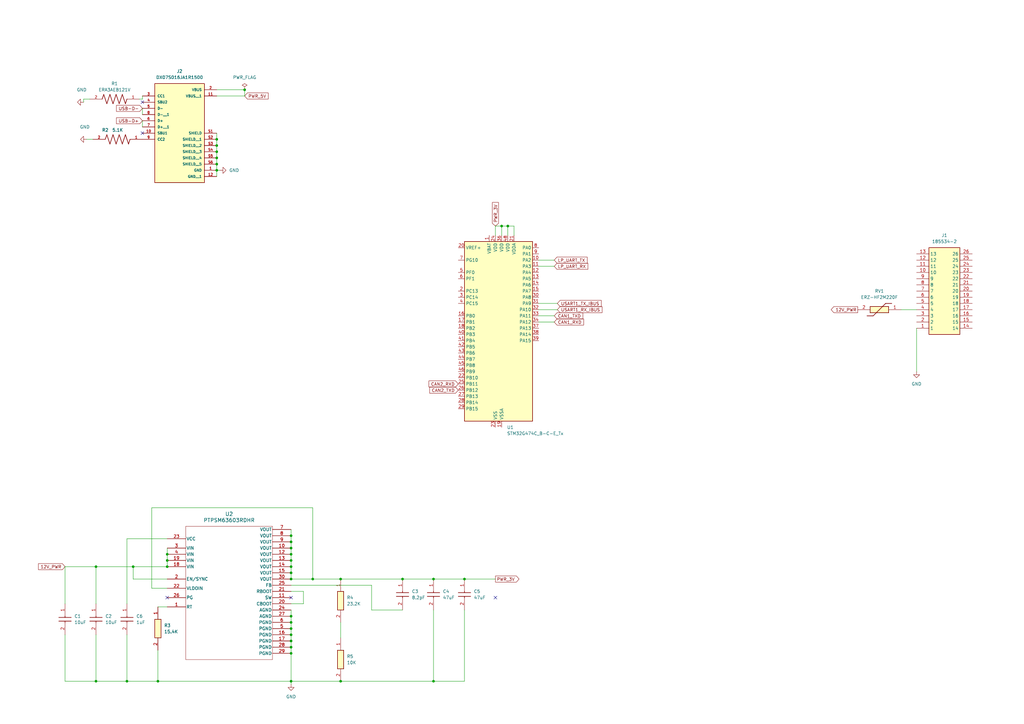
<source format=kicad_sch>
(kicad_sch (version 20230121) (generator eeschema)

  (uuid 5c19f56b-06a1-406d-a75b-3337cd3d5cf1)

  (paper "A3")

  (title_block
    (title "No Monkey Bidnes")
    (date "2023-11-14")
    (rev "1.0")
  )

  (lib_symbols
    (symbol "1_My_Library:185534-2" (in_bom yes) (on_board yes)
      (property "Reference" "J" (at 19.05 7.62 0)
        (effects (font (size 1.27 1.27)) (justify left top))
      )
      (property "Value" "185534-2" (at 19.05 5.08 0)
        (effects (font (size 1.27 1.27)) (justify left top))
      )
      (property "Footprint" "1855342" (at 19.05 -94.92 0)
        (effects (font (size 1.27 1.27)) (justify left top) hide)
      )
      (property "Datasheet" "https://componentsearchengine.com/Datasheets/1/185534-2.pdf" (at 19.05 -194.92 0)
        (effects (font (size 1.27 1.27)) (justify left top) hide)
      )
      (property "Height" "18" (at 19.05 -394.92 0)
        (effects (font (size 1.27 1.27)) (justify left top) hide)
      )
      (property "Mouser Part Number" "571-185534-2" (at 19.05 -494.92 0)
        (effects (font (size 1.27 1.27)) (justify left top) hide)
      )
      (property "Mouser Price/Stock" "https://www.mouser.com/Search/Refine.aspx?Keyword=571-185534-2" (at 19.05 -594.92 0)
        (effects (font (size 1.27 1.27)) (justify left top) hide)
      )
      (property "Manufacturer_Name" "TE Connectivity" (at 19.05 -694.92 0)
        (effects (font (size 1.27 1.27)) (justify left top) hide)
      )
      (property "Manufacturer_Part_Number" "185534-2" (at 19.05 -794.92 0)
        (effects (font (size 1.27 1.27)) (justify left top) hide)
      )
      (property "ki_description" "Automotive Connectors 26W MQS HDR RT ANGLE" (at 0 0 0)
        (effects (font (size 1.27 1.27)) hide)
      )
      (symbol "185534-2_1_1"
        (rectangle (start 5.08 2.54) (end 17.78 -33.02)
          (stroke (width 0.254) (type default))
          (fill (type background))
        )
        (pin passive line (at 0 -30.48 0) (length 5.08)
          (name "1" (effects (font (size 1.27 1.27))))
          (number "1" (effects (font (size 1.27 1.27))))
        )
        (pin passive line (at 0 -7.62 0) (length 5.08)
          (name "10" (effects (font (size 1.27 1.27))))
          (number "10" (effects (font (size 1.27 1.27))))
        )
        (pin passive line (at 0 -5.08 0) (length 5.08)
          (name "11" (effects (font (size 1.27 1.27))))
          (number "11" (effects (font (size 1.27 1.27))))
        )
        (pin passive line (at 0 -2.54 0) (length 5.08)
          (name "12" (effects (font (size 1.27 1.27))))
          (number "12" (effects (font (size 1.27 1.27))))
        )
        (pin passive line (at 0 0 0) (length 5.08)
          (name "13" (effects (font (size 1.27 1.27))))
          (number "13" (effects (font (size 1.27 1.27))))
        )
        (pin passive line (at 22.86 -30.48 180) (length 5.08)
          (name "14" (effects (font (size 1.27 1.27))))
          (number "14" (effects (font (size 1.27 1.27))))
        )
        (pin passive line (at 22.86 -27.94 180) (length 5.08)
          (name "15" (effects (font (size 1.27 1.27))))
          (number "15" (effects (font (size 1.27 1.27))))
        )
        (pin passive line (at 22.86 -25.4 180) (length 5.08)
          (name "16" (effects (font (size 1.27 1.27))))
          (number "16" (effects (font (size 1.27 1.27))))
        )
        (pin passive line (at 22.86 -22.86 180) (length 5.08)
          (name "17" (effects (font (size 1.27 1.27))))
          (number "17" (effects (font (size 1.27 1.27))))
        )
        (pin passive line (at 22.86 -20.32 180) (length 5.08)
          (name "18" (effects (font (size 1.27 1.27))))
          (number "18" (effects (font (size 1.27 1.27))))
        )
        (pin passive line (at 22.86 -17.78 180) (length 5.08)
          (name "19" (effects (font (size 1.27 1.27))))
          (number "19" (effects (font (size 1.27 1.27))))
        )
        (pin passive line (at 0 -27.94 0) (length 5.08)
          (name "2" (effects (font (size 1.27 1.27))))
          (number "2" (effects (font (size 1.27 1.27))))
        )
        (pin passive line (at 22.86 -15.24 180) (length 5.08)
          (name "20" (effects (font (size 1.27 1.27))))
          (number "20" (effects (font (size 1.27 1.27))))
        )
        (pin passive line (at 22.86 -12.7 180) (length 5.08)
          (name "21" (effects (font (size 1.27 1.27))))
          (number "21" (effects (font (size 1.27 1.27))))
        )
        (pin passive line (at 22.86 -10.16 180) (length 5.08)
          (name "22" (effects (font (size 1.27 1.27))))
          (number "22" (effects (font (size 1.27 1.27))))
        )
        (pin passive line (at 22.86 -7.62 180) (length 5.08)
          (name "23" (effects (font (size 1.27 1.27))))
          (number "23" (effects (font (size 1.27 1.27))))
        )
        (pin passive line (at 22.86 -5.08 180) (length 5.08)
          (name "24" (effects (font (size 1.27 1.27))))
          (number "24" (effects (font (size 1.27 1.27))))
        )
        (pin passive line (at 22.86 -2.54 180) (length 5.08)
          (name "25" (effects (font (size 1.27 1.27))))
          (number "25" (effects (font (size 1.27 1.27))))
        )
        (pin passive line (at 22.86 0 180) (length 5.08)
          (name "26" (effects (font (size 1.27 1.27))))
          (number "26" (effects (font (size 1.27 1.27))))
        )
        (pin passive line (at 0 -25.4 0) (length 5.08)
          (name "3" (effects (font (size 1.27 1.27))))
          (number "3" (effects (font (size 1.27 1.27))))
        )
        (pin passive line (at 0 -22.86 0) (length 5.08)
          (name "4" (effects (font (size 1.27 1.27))))
          (number "4" (effects (font (size 1.27 1.27))))
        )
        (pin passive line (at 0 -20.32 0) (length 5.08)
          (name "5" (effects (font (size 1.27 1.27))))
          (number "5" (effects (font (size 1.27 1.27))))
        )
        (pin passive line (at 0 -17.78 0) (length 5.08)
          (name "6" (effects (font (size 1.27 1.27))))
          (number "6" (effects (font (size 1.27 1.27))))
        )
        (pin passive line (at 0 -15.24 0) (length 5.08)
          (name "7" (effects (font (size 1.27 1.27))))
          (number "7" (effects (font (size 1.27 1.27))))
        )
        (pin passive line (at 0 -12.7 0) (length 5.08)
          (name "8" (effects (font (size 1.27 1.27))))
          (number "8" (effects (font (size 1.27 1.27))))
        )
        (pin passive line (at 0 -10.16 0) (length 5.08)
          (name "9" (effects (font (size 1.27 1.27))))
          (number "9" (effects (font (size 1.27 1.27))))
        )
      )
    )
    (symbol "1_My_Library:C3225X7R1H106M250AC" (pin_names hide) (in_bom yes) (on_board yes)
      (property "Reference" "C" (at 8.89 6.35 0)
        (effects (font (size 1.27 1.27)) (justify left top))
      )
      (property "Value" "C3225X7R1H106M250AC" (at 8.89 3.81 0)
        (effects (font (size 1.27 1.27)) (justify left top))
      )
      (property "Footprint" "ncore:CAPC3225X230N" (at 8.89 -96.19 0)
        (effects (font (size 1.27 1.27)) (justify left top) hide)
      )
      (property "Datasheet" "https://product.tdk.com/info/en/catalog/datasheets/mlcc_commercial_midvoltage_en.pdf" (at 8.89 -196.19 0)
        (effects (font (size 1.27 1.27)) (justify left top) hide)
      )
      (property "Height" "2.3" (at 8.89 -396.19 0)
        (effects (font (size 1.27 1.27)) (justify left top) hide)
      )
      (property "Mouser Part Number" "810-C3225X7R1H106MAC" (at 8.89 -496.19 0)
        (effects (font (size 1.27 1.27)) (justify left top) hide)
      )
      (property "Mouser Price/Stock" "https://www.mouser.co.uk/ProductDetail/TDK/C3225X7R1H106M250AC?qs=6JAMGB%252BEdkwY95l8JqNSnw%3D%3D" (at 8.89 -596.19 0)
        (effects (font (size 1.27 1.27)) (justify left top) hide)
      )
      (property "Manufacturer_Name" "TDK" (at 8.89 -696.19 0)
        (effects (font (size 1.27 1.27)) (justify left top) hide)
      )
      (property "Manufacturer_Part_Number" "C3225X7R1H106M250AC" (at 8.89 -796.19 0)
        (effects (font (size 1.27 1.27)) (justify left top) hide)
      )
      (property "ki_description" "TDK 1210 C 10uF Ceramic Multilayer Capacitor, 50 V dc, +125C, X7R Dielectric, +/-20%" (at 0 0 0)
        (effects (font (size 1.27 1.27)) hide)
      )
      (symbol "C3225X7R1H106M250AC_1_1"
        (polyline
          (pts
            (xy 5.08 0)
            (xy 5.588 0)
          )
          (stroke (width 0.254) (type default))
          (fill (type none))
        )
        (polyline
          (pts
            (xy 5.588 2.54)
            (xy 5.588 -2.54)
          )
          (stroke (width 0.254) (type default))
          (fill (type none))
        )
        (polyline
          (pts
            (xy 7.112 0)
            (xy 7.62 0)
          )
          (stroke (width 0.254) (type default))
          (fill (type none))
        )
        (polyline
          (pts
            (xy 7.112 2.54)
            (xy 7.112 -2.54)
          )
          (stroke (width 0.254) (type default))
          (fill (type none))
        )
        (pin passive line (at 0 0 0) (length 5.08)
          (name "1" (effects (font (size 1.27 1.27))))
          (number "1" (effects (font (size 1.27 1.27))))
        )
        (pin passive line (at 12.7 0 180) (length 5.08)
          (name "2" (effects (font (size 1.27 1.27))))
          (number "2" (effects (font (size 1.27 1.27))))
        )
      )
    )
    (symbol "1_My_Library:CRCW040210K0FKED" (pin_names hide) (in_bom yes) (on_board yes)
      (property "Reference" "R" (at 13.97 6.35 0)
        (effects (font (size 1.27 1.27)) (justify left top))
      )
      (property "Value" "CRCW040210K0FKED" (at 13.97 3.81 0)
        (effects (font (size 1.27 1.27)) (justify left top))
      )
      (property "Footprint" "ncore:RESC1005X40N" (at 13.97 -96.19 0)
        (effects (font (size 1.27 1.27)) (justify left top) hide)
      )
      (property "Datasheet" "http://www.vishay.com/docs/20035/dcrcwe3.pdf" (at 13.97 -196.19 0)
        (effects (font (size 1.27 1.27)) (justify left top) hide)
      )
      (property "Height" "0.4" (at 13.97 -396.19 0)
        (effects (font (size 1.27 1.27)) (justify left top) hide)
      )
      (property "Mouser Part Number" "71-CRCW0402-10K-E3" (at 13.97 -496.19 0)
        (effects (font (size 1.27 1.27)) (justify left top) hide)
      )
      (property "Mouser Price/Stock" "https://www.mouser.co.uk/ProductDetail/Vishay-Dale/CRCW040210K0FKED?qs=rlE3Te1NifyN3e8vvxacSw%3D%3D" (at 13.97 -596.19 0)
        (effects (font (size 1.27 1.27)) (justify left top) hide)
      )
      (property "Manufacturer_Name" "Vishay" (at 13.97 -696.19 0)
        (effects (font (size 1.27 1.27)) (justify left top) hide)
      )
      (property "Manufacturer_Part_Number" "CRCW040210K0FKED" (at 13.97 -796.19 0)
        (effects (font (size 1.27 1.27)) (justify left top) hide)
      )
      (property "ki_description" "CRCW0402 Resistor T/R 0.063W,1%,10K Vishay CRCW Series Thick Film Surface Mount Resistor 0402 Case 10k +/-1% 0.063W +/-100ppm/C" (at 0 0 0)
        (effects (font (size 1.27 1.27)) hide)
      )
      (symbol "CRCW040210K0FKED_1_1"
        (rectangle (start 5.08 1.27) (end 12.7 -1.27)
          (stroke (width 0.254) (type default))
          (fill (type background))
        )
        (pin passive line (at 0 0 0) (length 5.08)
          (name "1" (effects (font (size 1.27 1.27))))
          (number "1" (effects (font (size 1.27 1.27))))
        )
        (pin passive line (at 17.78 0 180) (length 5.08)
          (name "2" (effects (font (size 1.27 1.27))))
          (number "2" (effects (font (size 1.27 1.27))))
        )
      )
    )
    (symbol "1_My_Library:CRCW040212K4FKED" (pin_names hide) (in_bom yes) (on_board yes)
      (property "Reference" "R" (at 13.97 6.35 0)
        (effects (font (size 1.27 1.27)) (justify left top))
      )
      (property "Value" "CRCW040212K4FKED" (at 13.97 3.81 0)
        (effects (font (size 1.27 1.27)) (justify left top))
      )
      (property "Footprint" "RESC1005X40N" (at 13.97 -96.19 0)
        (effects (font (size 1.27 1.27)) (justify left top) hide)
      )
      (property "Datasheet" "http://www.vishay.com/docs/20035/dcrcwe3.pdf" (at 13.97 -196.19 0)
        (effects (font (size 1.27 1.27)) (justify left top) hide)
      )
      (property "Height" "0.4" (at 13.97 -396.19 0)
        (effects (font (size 1.27 1.27)) (justify left top) hide)
      )
      (property "Mouser Part Number" "71-CRCW0402-12.4K-E3" (at 13.97 -496.19 0)
        (effects (font (size 1.27 1.27)) (justify left top) hide)
      )
      (property "Mouser Price/Stock" "https://www.mouser.co.uk/ProductDetail/Vishay-Dale/CRCW040212K4FKED?qs=8wskyPz2qw3p9gq4npvMPw%3D%3D" (at 13.97 -596.19 0)
        (effects (font (size 1.27 1.27)) (justify left top) hide)
      )
      (property "Manufacturer_Name" "Vishay" (at 13.97 -696.19 0)
        (effects (font (size 1.27 1.27)) (justify left top) hide)
      )
      (property "Manufacturer_Part_Number" "CRCW040212K4FKED" (at 13.97 -796.19 0)
        (effects (font (size 1.27 1.27)) (justify left top) hide)
      )
      (property "ki_description" "Vishay CRCW Series Thick Film Surface Mount Resistor 0402 Case 12.4k +/-1% 0.063W +/-100ppm/C" (at 0 0 0)
        (effects (font (size 1.27 1.27)) hide)
      )
      (symbol "CRCW040212K4FKED_1_1"
        (rectangle (start 5.08 1.27) (end 12.7 -1.27)
          (stroke (width 0.254) (type default))
          (fill (type background))
        )
        (pin passive line (at 0 0 0) (length 5.08)
          (name "1" (effects (font (size 1.27 1.27))))
          (number "1" (effects (font (size 1.27 1.27))))
        )
        (pin passive line (at 17.78 0 180) (length 5.08)
          (name "2" (effects (font (size 1.27 1.27))))
          (number "2" (effects (font (size 1.27 1.27))))
        )
      )
    )
    (symbol "1_My_Library:CRCW060340K2FKEA" (pin_names hide) (in_bom yes) (on_board yes)
      (property "Reference" "R" (at 13.97 6.35 0)
        (effects (font (size 1.27 1.27)) (justify left top))
      )
      (property "Value" "CRCW060340K2FKEA" (at 13.97 3.81 0)
        (effects (font (size 1.27 1.27)) (justify left top))
      )
      (property "Footprint" "RESC1608X50N" (at 13.97 -96.19 0)
        (effects (font (size 1.27 1.27)) (justify left top) hide)
      )
      (property "Datasheet" "http://www.vishay.com/docs/20035/dcrcwe3.pdf" (at 13.97 -196.19 0)
        (effects (font (size 1.27 1.27)) (justify left top) hide)
      )
      (property "Height" "0.5" (at 13.97 -396.19 0)
        (effects (font (size 1.27 1.27)) (justify left top) hide)
      )
      (property "Mouser Part Number" "71-CRCW0603-40.2K-E3" (at 13.97 -496.19 0)
        (effects (font (size 1.27 1.27)) (justify left top) hide)
      )
      (property "Mouser Price/Stock" "https://www.mouser.co.uk/ProductDetail/Vishay-Dale/CRCW060340K2FKEA?qs=wtKLRx7HFiU6ezxsF0GUJQ%3D%3D" (at 13.97 -596.19 0)
        (effects (font (size 1.27 1.27)) (justify left top) hide)
      )
      (property "Manufacturer_Name" "Vishay" (at 13.97 -696.19 0)
        (effects (font (size 1.27 1.27)) (justify left top) hide)
      )
      (property "Manufacturer_Part_Number" "CRCW060340K2FKEA" (at 13.97 -796.19 0)
        (effects (font (size 1.27 1.27)) (justify left top) hide)
      )
      (property "ki_description" "Vishay CRCW Series Thick Film Surface Mount Resistor 603 Case 40.2k +/-1% 0.1W +/-100ppm/C" (at 0 0 0)
        (effects (font (size 1.27 1.27)) hide)
      )
      (symbol "CRCW060340K2FKEA_1_1"
        (rectangle (start 5.08 1.27) (end 12.7 -1.27)
          (stroke (width 0.254) (type default))
          (fill (type background))
        )
        (pin passive line (at 0 0 0) (length 5.08)
          (name "1" (effects (font (size 1.27 1.27))))
          (number "1" (effects (font (size 1.27 1.27))))
        )
        (pin passive line (at 17.78 0 180) (length 5.08)
          (name "2" (effects (font (size 1.27 1.27))))
          (number "2" (effects (font (size 1.27 1.27))))
        )
      )
    )
    (symbol "1_My_Library:DX07S016JA1R1500" (pin_names (offset 1.016)) (in_bom yes) (on_board yes)
      (property "Reference" "J" (at -10.16 11.43 0)
        (effects (font (size 1.27 1.27)) (justify left bottom))
      )
      (property "Value" "DX07S016JA1R1500" (at -10.16 -31.75 0)
        (effects (font (size 1.27 1.27)) (justify left top))
      )
      (property "Footprint" "DX07S016JA1R1500:JAE_DX07S016JA1R1500" (at 0 0 0)
        (effects (font (size 1.27 1.27)) (justify bottom) hide)
      )
      (property "Datasheet" "" (at 0 0 0)
        (effects (font (size 1.27 1.27)) hide)
      )
      (property "MF" "JAE Electronics" (at 0 0 0)
        (effects (font (size 1.27 1.27)) (justify bottom) hide)
      )
      (property "MAXIMUM_PACKAGE_HEIGHT" "3.31 mm" (at 0 0 0)
        (effects (font (size 1.27 1.27)) (justify bottom) hide)
      )
      (property "Package" "None" (at 0 0 0)
        (effects (font (size 1.27 1.27)) (justify bottom) hide)
      )
      (property "Price" "None" (at 0 0 0)
        (effects (font (size 1.27 1.27)) (justify bottom) hide)
      )
      (property "Check_prices" "https://www.snapeda.com/parts/DX07S016JA1R1500/JAE+Electronics/view-part/?ref=eda" (at 0 0 0)
        (effects (font (size 1.27 1.27)) (justify bottom) hide)
      )
      (property "STANDARD" "Manufacturer Recommendations" (at 0 0 0)
        (effects (font (size 1.27 1.27)) (justify bottom) hide)
      )
      (property "PARTREV" "1" (at 0 0 0)
        (effects (font (size 1.27 1.27)) (justify bottom) hide)
      )
      (property "SnapEDA_Link" "https://www.snapeda.com/parts/DX07S016JA1R1500/JAE+Electronics/view-part/?ref=snap" (at 0 0 0)
        (effects (font (size 1.27 1.27)) (justify bottom) hide)
      )
      (property "MP" "DX07S016JA1R1500" (at 0 0 0)
        (effects (font (size 1.27 1.27)) (justify bottom) hide)
      )
      (property "Purchase-URL" "https://www.snapeda.com/api/url_track_click_mouser/?unipart_id=4551013&manufacturer=JAE Electronics&part_name=DX07S016JA1R1500&search_term=usb type c smt" (at 0 0 0)
        (effects (font (size 1.27 1.27)) (justify bottom) hide)
      )
      (property "Description" "\nUSB-C (USB TYPE-C) USB 2.0 Receptacle Connector 24 (16+8 Dummy) Position Surface Mount, Right Angle; Through Hole\n" (at 0 0 0)
        (effects (font (size 1.27 1.27)) (justify bottom) hide)
      )
      (property "Availability" "In Stock" (at 0 0 0)
        (effects (font (size 1.27 1.27)) (justify bottom) hide)
      )
      (property "MANUFACTURER" "JAE Industry Ltd." (at 0 0 0)
        (effects (font (size 1.27 1.27)) (justify bottom) hide)
      )
      (symbol "DX07S016JA1R1500_0_0"
        (rectangle (start -10.16 -30.48) (end 10.16 10.16)
          (stroke (width 0.254) (type default))
          (fill (type background))
        )
        (pin power_in line (at 15.24 -25.4 180) (length 5.08)
          (name "GND" (effects (font (size 1.016 1.016))))
          (number "1" (effects (font (size 1.016 1.016))))
        )
        (pin passive line (at -15.24 -10.16 0) (length 5.08)
          (name "SBU1" (effects (font (size 1.016 1.016))))
          (number "10" (effects (font (size 1.016 1.016))))
        )
        (pin power_in line (at 15.24 5.08 180) (length 5.08)
          (name "VBUS__1" (effects (font (size 1.016 1.016))))
          (number "11" (effects (font (size 1.016 1.016))))
        )
        (pin power_in line (at 15.24 -27.94 180) (length 5.08)
          (name "GND__1" (effects (font (size 1.016 1.016))))
          (number "12" (effects (font (size 1.016 1.016))))
        )
        (pin power_in line (at 15.24 7.62 180) (length 5.08)
          (name "VBUS" (effects (font (size 1.016 1.016))))
          (number "2" (effects (font (size 1.016 1.016))))
        )
        (pin passive line (at -15.24 5.08 0) (length 5.08)
          (name "CC1" (effects (font (size 1.016 1.016))))
          (number "3" (effects (font (size 1.016 1.016))))
        )
        (pin passive line (at -15.24 2.54 0) (length 5.08)
          (name "SBU2" (effects (font (size 1.016 1.016))))
          (number "4" (effects (font (size 1.016 1.016))))
        )
        (pin passive line (at -15.24 0 0) (length 5.08)
          (name "D-" (effects (font (size 1.016 1.016))))
          (number "5" (effects (font (size 1.016 1.016))))
        )
        (pin passive line (at -15.24 -5.08 0) (length 5.08)
          (name "D+" (effects (font (size 1.016 1.016))))
          (number "6" (effects (font (size 1.016 1.016))))
        )
        (pin passive line (at -15.24 -7.62 0) (length 5.08)
          (name "D+__1" (effects (font (size 1.016 1.016))))
          (number "7" (effects (font (size 1.016 1.016))))
        )
        (pin passive line (at -15.24 -2.54 0) (length 5.08)
          (name "D-__1" (effects (font (size 1.016 1.016))))
          (number "8" (effects (font (size 1.016 1.016))))
        )
        (pin passive line (at -15.24 -12.7 0) (length 5.08)
          (name "CC2" (effects (font (size 1.016 1.016))))
          (number "9" (effects (font (size 1.016 1.016))))
        )
        (pin passive line (at 15.24 -10.16 180) (length 5.08)
          (name "SHIELD" (effects (font (size 1.016 1.016))))
          (number "S1" (effects (font (size 1.016 1.016))))
        )
        (pin passive line (at 15.24 -12.7 180) (length 5.08)
          (name "SHIELD__1" (effects (font (size 1.016 1.016))))
          (number "S2" (effects (font (size 1.016 1.016))))
        )
        (pin passive line (at 15.24 -15.24 180) (length 5.08)
          (name "SHIELD__2" (effects (font (size 1.016 1.016))))
          (number "S3" (effects (font (size 1.016 1.016))))
        )
        (pin passive line (at 15.24 -17.78 180) (length 5.08)
          (name "SHIELD__3" (effects (font (size 1.016 1.016))))
          (number "S4" (effects (font (size 1.016 1.016))))
        )
        (pin passive line (at 15.24 -20.32 180) (length 5.08)
          (name "SHIELD__4" (effects (font (size 1.016 1.016))))
          (number "S5" (effects (font (size 1.016 1.016))))
        )
        (pin passive line (at 15.24 -22.86 180) (length 5.08)
          (name "SHIELD__5" (effects (font (size 1.016 1.016))))
          (number "S6" (effects (font (size 1.016 1.016))))
        )
      )
    )
    (symbol "1_My_Library:ERA3AEB121V" (pin_names (offset 1.016)) (in_bom yes) (on_board yes)
      (property "Reference" "R" (at -7.624 2.541 0)
        (effects (font (size 1.27 1.27)) (justify left bottom))
      )
      (property "Value" "ERA3AEB121V" (at -7.624 -5.087 0)
        (effects (font (size 1.27 1.27)) (justify left top))
      )
      (property "Footprint" "ERA3AEB121V:RES_ERA3AEB121V" (at 0 0 0)
        (effects (font (size 1.27 1.27)) (justify bottom) hide)
      )
      (property "Datasheet" "" (at 0 0 0)
        (effects (font (size 1.27 1.27)) hide)
      )
      (property "MF" "Panasonic" (at 0 0 0)
        (effects (font (size 1.27 1.27)) (justify bottom) hide)
      )
      (property "MAXIMUM_PACKAGE_HEIGHT" "0.45 mm" (at 0 0 0)
        (effects (font (size 1.27 1.27)) (justify bottom) hide)
      )
      (property "Package" "1608-2 Panasonic" (at 0 0 0)
        (effects (font (size 1.27 1.27)) (justify bottom) hide)
      )
      (property "Price" "None" (at 0 0 0)
        (effects (font (size 1.27 1.27)) (justify bottom) hide)
      )
      (property "Check_prices" "https://www.snapeda.com/parts/ERA-3AEB121V/Panasonic+Electronic+Components/view-part/?ref=eda" (at 0 0 0)
        (effects (font (size 1.27 1.27)) (justify bottom) hide)
      )
      (property "STANDARD" "Manufacturer Recommendations" (at 0 0 0)
        (effects (font (size 1.27 1.27)) (justify bottom) hide)
      )
      (property "PARTREV" "3/1/2020" (at 0 0 0)
        (effects (font (size 1.27 1.27)) (justify bottom) hide)
      )
      (property "SnapEDA_Link" "https://www.snapeda.com/parts/ERA-3AEB121V/Panasonic+Electronic+Components/view-part/?ref=snap" (at 0 0 0)
        (effects (font (size 1.27 1.27)) (justify bottom) hide)
      )
      (property "MP" "ERA-3AEB121V" (at 0 0 0)
        (effects (font (size 1.27 1.27)) (justify bottom) hide)
      )
      (property "Purchase-URL" "https://www.snapeda.com/api/url_track_click_mouser/?unipart_id=459172&manufacturer=Panasonic&part_name=ERA-3AEB121V&search_term=thin film smd resistor 120ohm" (at 0 0 0)
        (effects (font (size 1.27 1.27)) (justify bottom) hide)
      )
      (property "Description" "\nRes Thin Film 0603 120 Ohm 0.1% 0.1W(1/10W) 25ppm/C Molded SMD Automotive Punched T/R\n" (at 0 0 0)
        (effects (font (size 1.27 1.27)) (justify bottom) hide)
      )
      (property "Availability" "In Stock" (at 0 0 0)
        (effects (font (size 1.27 1.27)) (justify bottom) hide)
      )
      (property "MANUFACTURER" "Panasonic" (at 0 0 0)
        (effects (font (size 1.27 1.27)) (justify bottom) hide)
      )
      (symbol "ERA3AEB121V_0_0"
        (polyline
          (pts
            (xy -5.08 0)
            (xy -4.445 1.905)
          )
          (stroke (width 0.254) (type default))
          (fill (type none))
        )
        (polyline
          (pts
            (xy -4.445 1.905)
            (xy -3.175 -1.905)
          )
          (stroke (width 0.254) (type default))
          (fill (type none))
        )
        (polyline
          (pts
            (xy -3.175 -1.905)
            (xy -1.905 1.905)
          )
          (stroke (width 0.254) (type default))
          (fill (type none))
        )
        (polyline
          (pts
            (xy -1.905 1.905)
            (xy -0.635 -1.905)
          )
          (stroke (width 0.254) (type default))
          (fill (type none))
        )
        (polyline
          (pts
            (xy -0.635 -1.905)
            (xy 0.635 1.905)
          )
          (stroke (width 0.254) (type default))
          (fill (type none))
        )
        (polyline
          (pts
            (xy 0.635 1.905)
            (xy 1.905 -1.905)
          )
          (stroke (width 0.254) (type default))
          (fill (type none))
        )
        (polyline
          (pts
            (xy 1.905 -1.905)
            (xy 3.175 1.905)
          )
          (stroke (width 0.254) (type default))
          (fill (type none))
        )
        (polyline
          (pts
            (xy 3.175 1.905)
            (xy 4.445 -1.905)
          )
          (stroke (width 0.254) (type default))
          (fill (type none))
        )
        (polyline
          (pts
            (xy 4.445 -1.905)
            (xy 5.08 0)
          )
          (stroke (width 0.254) (type default))
          (fill (type none))
        )
        (pin passive line (at -10.16 0 0) (length 5.08)
          (name "~" (effects (font (size 1.016 1.016))))
          (number "1" (effects (font (size 1.016 1.016))))
        )
        (pin passive line (at 10.16 0 180) (length 5.08)
          (name "~" (effects (font (size 1.016 1.016))))
          (number "2" (effects (font (size 1.016 1.016))))
        )
      )
    )
    (symbol "1_My_Library:ERZ-HF2M220F" (pin_names hide) (in_bom yes) (on_board yes)
      (property "Reference" "RV" (at 13.97 6.35 0)
        (effects (font (size 1.27 1.27)) (justify left top))
      )
      (property "Value" "ERZ-HF2M220F" (at 13.97 3.81 0)
        (effects (font (size 1.27 1.27)) (justify left top))
      )
      (property "Footprint" "ERZHF2M220F" (at 13.97 -96.19 0)
        (effects (font (size 1.27 1.27)) (justify left top) hide)
      )
      (property "Datasheet" "https://industrial.panasonic.com/cdbs/www-data/pdf/AWA0000/AWA0000C4.pdf" (at 13.97 -196.19 0)
        (effects (font (size 1.27 1.27)) (justify left top) hide)
      )
      (property "Height" "6" (at 13.97 -396.19 0)
        (effects (font (size 1.27 1.27)) (justify left top) hide)
      )
      (property "Mouser Part Number" "667-ERZ-HF2M220F" (at 13.97 -496.19 0)
        (effects (font (size 1.27 1.27)) (justify left top) hide)
      )
      (property "Mouser Price/Stock" "https://www.mouser.co.uk/ProductDetail/Panasonic/ERZ-HF2M220F?qs=amGC7iS6iy98XhovLgYf2Q%3D%3D" (at 13.97 -596.19 0)
        (effects (font (size 1.27 1.27)) (justify left top) hide)
      )
      (property "Manufacturer_Name" "Panasonic" (at 13.97 -696.19 0)
        (effects (font (size 1.27 1.27)) (justify left top) hide)
      )
      (property "Manufacturer_Part_Number" "ERZ-HF2M220F" (at 13.97 -796.19 0)
        (effects (font (size 1.27 1.27)) (justify left top) hide)
      )
      (property "ki_description" "Series/Type: Varistor SMD type Series VF, Varistor Voltage (V): 82, Varistor Voltage (Range) (V): 74 - 90, Maximum Allowable Voltage ACrms (V): 50, Maximum Allowable Voltage DC (V): 65, Maximum Energy (2ms) (J): 3.5, Maximum Peak Current (8/20 s) (A): 602" (at 0 0 0)
        (effects (font (size 1.27 1.27)) hide)
      )
      (symbol "ERZ-HF2M220F_1_1"
        (polyline
          (pts
            (xy 3.81 -2.54)
            (xy 6.35 -2.54)
          )
          (stroke (width 0.254) (type default))
          (fill (type none))
        )
        (polyline
          (pts
            (xy 11.43 2.54)
            (xy 6.35 -2.54)
          )
          (stroke (width 0.254) (type default))
          (fill (type none))
        )
        (polyline
          (pts
            (xy 11.43 2.54)
            (xy 13.97 2.54)
          )
          (stroke (width 0.254) (type default))
          (fill (type none))
        )
        (rectangle (start 5.08 1.27) (end 12.7 -1.27)
          (stroke (width 0.254) (type default))
          (fill (type background))
        )
        (pin passive line (at 0 0 0) (length 5.08)
          (name "1" (effects (font (size 1.27 1.27))))
          (number "1" (effects (font (size 1.27 1.27))))
        )
        (pin passive line (at 17.78 0 180) (length 5.08)
          (name "2" (effects (font (size 1.27 1.27))))
          (number "2" (effects (font (size 1.27 1.27))))
        )
      )
    )
    (symbol "1_My_Library:GCM32ER70J476KE19L" (pin_names hide) (in_bom yes) (on_board yes)
      (property "Reference" "C" (at 8.89 6.35 0)
        (effects (font (size 1.27 1.27)) (justify left top))
      )
      (property "Value" "GCM32ER70J476KE19L" (at 8.89 3.81 0)
        (effects (font (size 1.27 1.27)) (justify left top))
      )
      (property "Footprint" "ncore:CAPC3225X270N" (at 8.89 -96.19 0)
        (effects (font (size 1.27 1.27)) (justify left top) hide)
      )
      (property "Datasheet" "" (at 8.89 -196.19 0)
        (effects (font (size 1.27 1.27)) (justify left top) hide)
      )
      (property "Height" "2.7" (at 8.89 -396.19 0)
        (effects (font (size 1.27 1.27)) (justify left top) hide)
      )
      (property "Mouser Part Number" "81-GCM32ER70J476KE9L" (at 8.89 -496.19 0)
        (effects (font (size 1.27 1.27)) (justify left top) hide)
      )
      (property "Mouser Price/Stock" "https://www.mouser.co.uk/ProductDetail/Murata-Electronics/GCM32ER70J476KE19L?qs=pIXLFAqUTcbyFoZMTWAW5w%3D%3D" (at 8.89 -596.19 0)
        (effects (font (size 1.27 1.27)) (justify left top) hide)
      )
      (property "Manufacturer_Name" "Murata Electronics" (at 8.89 -696.19 0)
        (effects (font (size 1.27 1.27)) (justify left top) hide)
      )
      (property "Manufacturer_Part_Number" "GCM32ER70J476KE19L" (at 8.89 -796.19 0)
        (effects (font (size 1.27 1.27)) (justify left top) hide)
      )
      (property "ki_description" "Chip Multilayer Ceramic Capacitors for Automotive" (at 0 0 0)
        (effects (font (size 1.27 1.27)) hide)
      )
      (symbol "GCM32ER70J476KE19L_1_1"
        (polyline
          (pts
            (xy 5.08 0)
            (xy 5.588 0)
          )
          (stroke (width 0.254) (type default))
          (fill (type none))
        )
        (polyline
          (pts
            (xy 5.588 2.54)
            (xy 5.588 -2.54)
          )
          (stroke (width 0.254) (type default))
          (fill (type none))
        )
        (polyline
          (pts
            (xy 7.112 0)
            (xy 7.62 0)
          )
          (stroke (width 0.254) (type default))
          (fill (type none))
        )
        (polyline
          (pts
            (xy 7.112 2.54)
            (xy 7.112 -2.54)
          )
          (stroke (width 0.254) (type default))
          (fill (type none))
        )
        (pin passive line (at 0 0 0) (length 5.08)
          (name "1" (effects (font (size 1.27 1.27))))
          (number "1" (effects (font (size 1.27 1.27))))
        )
        (pin passive line (at 12.7 0 180) (length 5.08)
          (name "2" (effects (font (size 1.27 1.27))))
          (number "2" (effects (font (size 1.27 1.27))))
        )
      )
    )
    (symbol "1_My_Library:GRM1555C1H8R2CA01D" (pin_names hide) (in_bom yes) (on_board yes)
      (property "Reference" "C" (at 8.89 6.35 0)
        (effects (font (size 1.27 1.27)) (justify left top))
      )
      (property "Value" "GRM1555C1H8R2CA01D" (at 8.89 3.81 0)
        (effects (font (size 1.27 1.27)) (justify left top))
      )
      (property "Footprint" "ncore:CAPC1005X55N" (at 8.89 -96.19 0)
        (effects (font (size 1.27 1.27)) (justify left top) hide)
      )
      (property "Datasheet" "http://www.murata.com/~/media/webrenewal/support/library/catalog/products/capacitor/mlcc/c02e.pdf" (at 8.89 -196.19 0)
        (effects (font (size 1.27 1.27)) (justify left top) hide)
      )
      (property "Height" "0.55" (at 8.89 -396.19 0)
        (effects (font (size 1.27 1.27)) (justify left top) hide)
      )
      (property "Mouser Part Number" "81-GRM1555C1H8R2CA1D" (at 8.89 -496.19 0)
        (effects (font (size 1.27 1.27)) (justify left top) hide)
      )
      (property "Mouser Price/Stock" "https://www.mouser.co.uk/ProductDetail/Murata-Electronics/GRM1555C1H8R2CA01D?qs=q312vENifzBDSINEH9AUSg%3D%3D" (at 8.89 -596.19 0)
        (effects (font (size 1.27 1.27)) (justify left top) hide)
      )
      (property "Manufacturer_Name" "Murata Electronics" (at 8.89 -696.19 0)
        (effects (font (size 1.27 1.27)) (justify left top) hide)
      )
      (property "Manufacturer_Part_Number" "GRM1555C1H8R2CA01D" (at 8.89 -796.19 0)
        (effects (font (size 1.27 1.27)) (justify left top) hide)
      )
      (property "ki_description" "MURATA - GRM1555C1H8R2CA01D - CAP, MLCC, C0G/NP0, 8.2PF, 50V, 0402" (at 0 0 0)
        (effects (font (size 1.27 1.27)) hide)
      )
      (symbol "GRM1555C1H8R2CA01D_1_1"
        (polyline
          (pts
            (xy 5.08 0)
            (xy 5.588 0)
          )
          (stroke (width 0.254) (type default))
          (fill (type none))
        )
        (polyline
          (pts
            (xy 5.588 2.54)
            (xy 5.588 -2.54)
          )
          (stroke (width 0.254) (type default))
          (fill (type none))
        )
        (polyline
          (pts
            (xy 7.112 0)
            (xy 7.62 0)
          )
          (stroke (width 0.254) (type default))
          (fill (type none))
        )
        (polyline
          (pts
            (xy 7.112 2.54)
            (xy 7.112 -2.54)
          )
          (stroke (width 0.254) (type default))
          (fill (type none))
        )
        (pin passive line (at 0 0 0) (length 5.08)
          (name "1" (effects (font (size 1.27 1.27))))
          (number "1" (effects (font (size 1.27 1.27))))
        )
        (pin passive line (at 12.7 0 180) (length 5.08)
          (name "2" (effects (font (size 1.27 1.27))))
          (number "2" (effects (font (size 1.27 1.27))))
        )
      )
    )
    (symbol "1_My_Library:PTPSM63603RDHR-2" (pin_names (offset 0.254)) (in_bom yes) (on_board yes)
      (property "Reference" "U7" (at 17.78 5.08 0)
        (effects (font (size 1.524 1.524)))
      )
      (property "Value" "PTPSM63603RDHR" (at 17.78 2.54 0)
        (effects (font (size 1.524 1.524)))
      )
      (property "Footprint" "ncore:QFN_03RDHR_TEX" (at 29.21 7.62 0)
        (effects (font (size 1.27 1.27) italic) hide)
      )
      (property "Datasheet" "PTPSM63603RDHR" (at 5.08 7.62 0)
        (effects (font (size 1.27 1.27) italic) hide)
      )
      (property "ki_keywords" "PTPSM63603RDHR" (at 0 0 0)
        (effects (font (size 1.27 1.27)) hide)
      )
      (property "ki_fp_filters" "QFN_03RDHR_TEX" (at 0 0 0)
        (effects (font (size 1.27 1.27)) hide)
      )
      (symbol "PTPSM63603RDHR-2_0_1"
        (polyline
          (pts
            (xy 0 -54.61)
            (xy 35.56 -54.61)
          )
          (stroke (width 0.127) (type default))
          (fill (type none))
        )
        (polyline
          (pts
            (xy 0 0)
            (xy 0 -54.61)
          )
          (stroke (width 0.127) (type default))
          (fill (type none))
        )
        (polyline
          (pts
            (xy 35.56 -54.61)
            (xy 35.56 0)
          )
          (stroke (width 0.127) (type default))
          (fill (type none))
        )
        (polyline
          (pts
            (xy 35.56 0)
            (xy 0 0)
          )
          (stroke (width 0.127) (type default))
          (fill (type none))
        )
        (pin unspecified line (at -7.62 -33.02 0) (length 7.62)
          (name "RT" (effects (font (size 1.27 1.27))))
          (number "1" (effects (font (size 1.27 1.27))))
        )
        (pin output line (at 43.18 -8.89 180) (length 7.62)
          (name "VOUT" (effects (font (size 1.27 1.27))))
          (number "10" (effects (font (size 1.27 1.27))))
        )
        (pin unspecified line (at 43.18 -29.21 180) (length 7.62)
          (name "SW" (effects (font (size 1.27 1.27))))
          (number "11" (effects (font (size 1.27 1.27))))
        )
        (pin output line (at 43.18 -11.43 180) (length 7.62)
          (name "VOUT" (effects (font (size 1.27 1.27))))
          (number "12" (effects (font (size 1.27 1.27))))
        )
        (pin output line (at 43.18 -13.97 180) (length 7.62)
          (name "VOUT" (effects (font (size 1.27 1.27))))
          (number "13" (effects (font (size 1.27 1.27))))
        )
        (pin output line (at 43.18 -16.51 180) (length 7.62)
          (name "VOUT" (effects (font (size 1.27 1.27))))
          (number "14" (effects (font (size 1.27 1.27))))
        )
        (pin output line (at 43.18 -19.05 180) (length 7.62)
          (name "VOUT" (effects (font (size 1.27 1.27))))
          (number "15" (effects (font (size 1.27 1.27))))
        )
        (pin power_out line (at 43.18 -44.45 180) (length 7.62)
          (name "PGND" (effects (font (size 1.27 1.27))))
          (number "16" (effects (font (size 1.27 1.27))))
        )
        (pin power_out line (at 43.18 -46.99 180) (length 7.62)
          (name "PGND" (effects (font (size 1.27 1.27))))
          (number "17" (effects (font (size 1.27 1.27))))
        )
        (pin unspecified line (at -7.62 -16.51 0) (length 7.62)
          (name "VIN" (effects (font (size 1.27 1.27))))
          (number "18" (effects (font (size 1.27 1.27))))
        )
        (pin unspecified line (at -7.62 -13.97 0) (length 7.62)
          (name "VIN" (effects (font (size 1.27 1.27))))
          (number "19" (effects (font (size 1.27 1.27))))
        )
        (pin unspecified line (at -7.62 -21.59 0) (length 7.62)
          (name "EN/SYNC" (effects (font (size 1.27 1.27))))
          (number "2" (effects (font (size 1.27 1.27))))
        )
        (pin unspecified line (at 43.18 -31.75 180) (length 7.62)
          (name "CBOOT" (effects (font (size 1.27 1.27))))
          (number "20" (effects (font (size 1.27 1.27))))
        )
        (pin unspecified line (at 43.18 -26.67 180) (length 7.62)
          (name "RBOOT" (effects (font (size 1.27 1.27))))
          (number "21" (effects (font (size 1.27 1.27))))
        )
        (pin unspecified line (at -7.62 -25.4 0) (length 7.62)
          (name "VLDOIN" (effects (font (size 1.27 1.27))))
          (number "22" (effects (font (size 1.27 1.27))))
        )
        (pin power_in line (at -7.62 -5.08 0) (length 7.62)
          (name "VCC" (effects (font (size 1.27 1.27))))
          (number "23" (effects (font (size 1.27 1.27))))
        )
        (pin power_out line (at 43.18 -34.29 180) (length 7.62)
          (name "AGND" (effects (font (size 1.27 1.27))))
          (number "24" (effects (font (size 1.27 1.27))))
        )
        (pin unspecified line (at 43.18 -24.13 180) (length 7.62)
          (name "FB" (effects (font (size 1.27 1.27))))
          (number "25" (effects (font (size 1.27 1.27))))
        )
        (pin unspecified line (at -7.62 -29.21 0) (length 7.62)
          (name "PG" (effects (font (size 1.27 1.27))))
          (number "26" (effects (font (size 1.27 1.27))))
        )
        (pin power_out line (at 43.18 -36.83 180) (length 7.62)
          (name "AGND" (effects (font (size 1.27 1.27))))
          (number "27" (effects (font (size 1.27 1.27))))
        )
        (pin power_out line (at 43.18 -49.53 180) (length 7.62)
          (name "PGND" (effects (font (size 1.27 1.27))))
          (number "28" (effects (font (size 1.27 1.27))))
        )
        (pin power_out line (at 43.18 -52.07 180) (length 7.62)
          (name "PGND" (effects (font (size 1.27 1.27))))
          (number "29" (effects (font (size 1.27 1.27))))
        )
        (pin unspecified line (at -7.62 -8.89 0) (length 7.62)
          (name "VIN" (effects (font (size 1.27 1.27))))
          (number "3" (effects (font (size 1.27 1.27))))
        )
        (pin output line (at 43.18 -21.59 180) (length 7.62)
          (name "VOUT" (effects (font (size 1.27 1.27))))
          (number "30" (effects (font (size 1.27 1.27))))
        )
        (pin unspecified line (at -7.62 -11.43 0) (length 7.62)
          (name "VIN" (effects (font (size 1.27 1.27))))
          (number "4" (effects (font (size 1.27 1.27))))
        )
        (pin power_out line (at 43.18 -41.91 180) (length 7.62)
          (name "PGND" (effects (font (size 1.27 1.27))))
          (number "5" (effects (font (size 1.27 1.27))))
        )
        (pin power_out line (at 43.18 -39.37 180) (length 7.62)
          (name "PGND" (effects (font (size 1.27 1.27))))
          (number "6" (effects (font (size 1.27 1.27))))
        )
        (pin output line (at 43.18 -1.27 180) (length 7.62)
          (name "VOUT" (effects (font (size 1.27 1.27))))
          (number "7" (effects (font (size 1.27 1.27))))
        )
        (pin output line (at 43.18 -3.81 180) (length 7.62)
          (name "VOUT" (effects (font (size 1.27 1.27))))
          (number "8" (effects (font (size 1.27 1.27))))
        )
        (pin output line (at 43.18 -6.35 180) (length 7.62)
          (name "VOUT" (effects (font (size 1.27 1.27))))
          (number "9" (effects (font (size 1.27 1.27))))
        )
      )
    )
    (symbol "MCU_ST_STM32G4:STM32G474C_B-C-E_Tx" (in_bom yes) (on_board yes)
      (property "Reference" "U" (at -12.7 39.37 0)
        (effects (font (size 1.27 1.27)) (justify left))
      )
      (property "Value" "STM32G474C_B-C-E_Tx" (at 10.16 39.37 0)
        (effects (font (size 1.27 1.27)) (justify left))
      )
      (property "Footprint" "Package_QFP:LQFP-48_7x7mm_P0.5mm" (at -12.7 -35.56 0)
        (effects (font (size 1.27 1.27)) (justify right) hide)
      )
      (property "Datasheet" "https://www.st.com/resource/en/datasheet/stm32g474cb.pdf" (at 0 0 0)
        (effects (font (size 1.27 1.27)) hide)
      )
      (property "ki_locked" "" (at 0 0 0)
        (effects (font (size 1.27 1.27)))
      )
      (property "ki_keywords" "Arm Cortex-M4 STM32G4 STM32G4x4" (at 0 0 0)
        (effects (font (size 1.27 1.27)) hide)
      )
      (property "ki_description" "STMicroelectronics Arm Cortex-M4 MCU, 128-512KB flash, 128KB RAM, 170 MHz, 1.71-3.6V, 38 GPIO, LQFP48" (at 0 0 0)
        (effects (font (size 1.27 1.27)) hide)
      )
      (property "ki_fp_filters" "LQFP*7x7mm*P0.5mm*" (at 0 0 0)
        (effects (font (size 1.27 1.27)) hide)
      )
      (symbol "STM32G474C_B-C-E_Tx_0_1"
        (rectangle (start -12.7 -35.56) (end 15.24 38.1)
          (stroke (width 0.254) (type default))
          (fill (type background))
        )
      )
      (symbol "STM32G474C_B-C-E_Tx_1_1"
        (pin power_in line (at -2.54 40.64 270) (length 2.54)
          (name "VBAT" (effects (font (size 1.27 1.27))))
          (number "1" (effects (font (size 1.27 1.27))))
        )
        (pin bidirectional line (at 17.78 30.48 180) (length 2.54)
          (name "PA2" (effects (font (size 1.27 1.27))))
          (number "10" (effects (font (size 1.27 1.27))))
          (alternate "ADC1_IN3" bidirectional line)
          (alternate "ADC3_EXTI2" bidirectional line)
          (alternate "ADC4_EXTI2" bidirectional line)
          (alternate "ADC5_EXTI2" bidirectional line)
          (alternate "COMP2_INM" bidirectional line)
          (alternate "COMP2_OUT" bidirectional line)
          (alternate "LPUART1_TX" bidirectional line)
          (alternate "OPAMP1_VOUT" bidirectional line)
          (alternate "QUADSPI1_BK1_NCS" bidirectional line)
          (alternate "RCC_LSCO" bidirectional line)
          (alternate "SYS_WKUP4" bidirectional line)
          (alternate "TIM15_CH1" bidirectional line)
          (alternate "TIM2_CH3" bidirectional line)
          (alternate "TIM5_CH3" bidirectional line)
          (alternate "UCPD1_FRSTX1" bidirectional line)
          (alternate "UCPD1_FRSTX2" bidirectional line)
          (alternate "USART2_TX" bidirectional line)
        )
        (pin bidirectional line (at 17.78 27.94 180) (length 2.54)
          (name "PA3" (effects (font (size 1.27 1.27))))
          (number "11" (effects (font (size 1.27 1.27))))
          (alternate "ADC1_IN4" bidirectional line)
          (alternate "ADC3_EXTI3" bidirectional line)
          (alternate "ADC4_EXTI3" bidirectional line)
          (alternate "ADC5_EXTI3" bidirectional line)
          (alternate "COMP2_INP" bidirectional line)
          (alternate "LPUART1_RX" bidirectional line)
          (alternate "OPAMP1_VINM" bidirectional line)
          (alternate "OPAMP1_VINM0" bidirectional line)
          (alternate "OPAMP1_VINM_SEC" bidirectional line)
          (alternate "OPAMP1_VINP" bidirectional line)
          (alternate "OPAMP1_VINP_SEC" bidirectional line)
          (alternate "OPAMP5_VINM" bidirectional line)
          (alternate "OPAMP5_VINM1" bidirectional line)
          (alternate "OPAMP5_VINM_SEC" bidirectional line)
          (alternate "QUADSPI1_CLK" bidirectional line)
          (alternate "SAI1_CK1" bidirectional line)
          (alternate "SAI1_MCLK_A" bidirectional line)
          (alternate "TIM15_CH2" bidirectional line)
          (alternate "TIM2_CH4" bidirectional line)
          (alternate "TIM5_CH4" bidirectional line)
          (alternate "USART2_RX" bidirectional line)
        )
        (pin bidirectional line (at 17.78 25.4 180) (length 2.54)
          (name "PA4" (effects (font (size 1.27 1.27))))
          (number "12" (effects (font (size 1.27 1.27))))
          (alternate "ADC2_IN17" bidirectional line)
          (alternate "COMP1_INM" bidirectional line)
          (alternate "DAC1_OUT1" bidirectional line)
          (alternate "I2S3_WS" bidirectional line)
          (alternate "SAI1_FS_B" bidirectional line)
          (alternate "SPI1_NSS" bidirectional line)
          (alternate "SPI3_NSS" bidirectional line)
          (alternate "TIM3_CH2" bidirectional line)
          (alternate "USART2_CK" bidirectional line)
        )
        (pin bidirectional line (at 17.78 22.86 180) (length 2.54)
          (name "PA5" (effects (font (size 1.27 1.27))))
          (number "13" (effects (font (size 1.27 1.27))))
          (alternate "ADC2_IN13" bidirectional line)
          (alternate "COMP2_INM" bidirectional line)
          (alternate "DAC1_OUT2" bidirectional line)
          (alternate "OPAMP2_VINM" bidirectional line)
          (alternate "OPAMP2_VINM0" bidirectional line)
          (alternate "OPAMP2_VINM_SEC" bidirectional line)
          (alternate "SPI1_SCK" bidirectional line)
          (alternate "TIM2_CH1" bidirectional line)
          (alternate "TIM2_ETR" bidirectional line)
          (alternate "UCPD1_FRSTX1" bidirectional line)
          (alternate "UCPD1_FRSTX2" bidirectional line)
        )
        (pin bidirectional line (at 17.78 20.32 180) (length 2.54)
          (name "PA6" (effects (font (size 1.27 1.27))))
          (number "14" (effects (font (size 1.27 1.27))))
          (alternate "ADC2_IN3" bidirectional line)
          (alternate "COMP1_OUT" bidirectional line)
          (alternate "DAC2_OUT1" bidirectional line)
          (alternate "LPUART1_CTS" bidirectional line)
          (alternate "OPAMP2_VOUT" bidirectional line)
          (alternate "QUADSPI1_BK1_IO3" bidirectional line)
          (alternate "SPI1_MISO" bidirectional line)
          (alternate "TIM16_CH1" bidirectional line)
          (alternate "TIM1_BKIN" bidirectional line)
          (alternate "TIM3_CH1" bidirectional line)
          (alternate "TIM8_BKIN" bidirectional line)
        )
        (pin bidirectional line (at 17.78 17.78 180) (length 2.54)
          (name "PA7" (effects (font (size 1.27 1.27))))
          (number "15" (effects (font (size 1.27 1.27))))
          (alternate "ADC2_IN4" bidirectional line)
          (alternate "COMP2_INP" bidirectional line)
          (alternate "COMP2_OUT" bidirectional line)
          (alternate "OPAMP1_VINP" bidirectional line)
          (alternate "OPAMP1_VINP_SEC" bidirectional line)
          (alternate "OPAMP2_VINP" bidirectional line)
          (alternate "OPAMP2_VINP_SEC" bidirectional line)
          (alternate "QUADSPI1_BK1_IO2" bidirectional line)
          (alternate "SPI1_MOSI" bidirectional line)
          (alternate "TIM17_CH1" bidirectional line)
          (alternate "TIM1_CH1N" bidirectional line)
          (alternate "TIM3_CH2" bidirectional line)
          (alternate "TIM8_CH1N" bidirectional line)
          (alternate "UCPD1_FRSTX1" bidirectional line)
          (alternate "UCPD1_FRSTX2" bidirectional line)
        )
        (pin bidirectional line (at -15.24 7.62 0) (length 2.54)
          (name "PB0" (effects (font (size 1.27 1.27))))
          (number "16" (effects (font (size 1.27 1.27))))
          (alternate "ADC1_IN15" bidirectional line)
          (alternate "ADC3_IN12" bidirectional line)
          (alternate "COMP4_INP" bidirectional line)
          (alternate "HRTIM1_FLT5" bidirectional line)
          (alternate "OPAMP2_VINP" bidirectional line)
          (alternate "OPAMP2_VINP_SEC" bidirectional line)
          (alternate "OPAMP3_VINP" bidirectional line)
          (alternate "OPAMP3_VINP_SEC" bidirectional line)
          (alternate "QUADSPI1_BK1_IO1" bidirectional line)
          (alternate "TIM1_CH2N" bidirectional line)
          (alternate "TIM3_CH3" bidirectional line)
          (alternate "TIM8_CH2N" bidirectional line)
          (alternate "UCPD1_FRSTX1" bidirectional line)
          (alternate "UCPD1_FRSTX2" bidirectional line)
        )
        (pin bidirectional line (at -15.24 5.08 0) (length 2.54)
          (name "PB1" (effects (font (size 1.27 1.27))))
          (number "17" (effects (font (size 1.27 1.27))))
          (alternate "ADC1_IN12" bidirectional line)
          (alternate "ADC3_IN1" bidirectional line)
          (alternate "COMP1_INP" bidirectional line)
          (alternate "COMP4_OUT" bidirectional line)
          (alternate "HRTIM1_SCOUT" bidirectional line)
          (alternate "LPUART1_DE" bidirectional line)
          (alternate "LPUART1_RTS" bidirectional line)
          (alternate "OPAMP3_VOUT" bidirectional line)
          (alternate "OPAMP6_VINM" bidirectional line)
          (alternate "OPAMP6_VINM1" bidirectional line)
          (alternate "OPAMP6_VINM_SEC" bidirectional line)
          (alternate "QUADSPI1_BK1_IO0" bidirectional line)
          (alternate "TIM1_CH3N" bidirectional line)
          (alternate "TIM3_CH4" bidirectional line)
          (alternate "TIM8_CH3N" bidirectional line)
        )
        (pin bidirectional line (at -15.24 2.54 0) (length 2.54)
          (name "PB2" (effects (font (size 1.27 1.27))))
          (number "18" (effects (font (size 1.27 1.27))))
          (alternate "ADC2_IN12" bidirectional line)
          (alternate "ADC3_EXTI2" bidirectional line)
          (alternate "ADC4_EXTI2" bidirectional line)
          (alternate "ADC5_EXTI2" bidirectional line)
          (alternate "COMP4_INM" bidirectional line)
          (alternate "HRTIM1_SCIN" bidirectional line)
          (alternate "I2C3_SMBA" bidirectional line)
          (alternate "LPTIM1_OUT" bidirectional line)
          (alternate "OPAMP3_VINM" bidirectional line)
          (alternate "OPAMP3_VINM0" bidirectional line)
          (alternate "OPAMP3_VINM_SEC" bidirectional line)
          (alternate "QUADSPI1_BK2_IO1" bidirectional line)
          (alternate "RTC_OUT2" bidirectional line)
          (alternate "TIM20_CH1" bidirectional line)
          (alternate "TIM5_CH1" bidirectional line)
        )
        (pin power_in line (at 2.54 -38.1 90) (length 2.54)
          (name "VSSA" (effects (font (size 1.27 1.27))))
          (number "19" (effects (font (size 1.27 1.27))))
        )
        (pin bidirectional line (at -15.24 17.78 0) (length 2.54)
          (name "PC13" (effects (font (size 1.27 1.27))))
          (number "2" (effects (font (size 1.27 1.27))))
          (alternate "RTC_OUT1" bidirectional line)
          (alternate "RTC_TAMP1" bidirectional line)
          (alternate "RTC_TS" bidirectional line)
          (alternate "SYS_WKUP2" bidirectional line)
          (alternate "TIM1_BKIN" bidirectional line)
          (alternate "TIM1_CH1N" bidirectional line)
          (alternate "TIM8_CH4N" bidirectional line)
        )
        (pin input line (at -15.24 35.56 0) (length 2.54)
          (name "VREF+" (effects (font (size 1.27 1.27))))
          (number "20" (effects (font (size 1.27 1.27))))
          (alternate "VREFBUF_OUT" bidirectional line)
        )
        (pin power_in line (at 7.62 40.64 270) (length 2.54)
          (name "VDDA" (effects (font (size 1.27 1.27))))
          (number "21" (effects (font (size 1.27 1.27))))
        )
        (pin bidirectional line (at -15.24 -17.78 0) (length 2.54)
          (name "PB10" (effects (font (size 1.27 1.27))))
          (number "22" (effects (font (size 1.27 1.27))))
          (alternate "COMP5_INM" bidirectional line)
          (alternate "DAC1_EXTI10" bidirectional line)
          (alternate "DAC2_EXTI10" bidirectional line)
          (alternate "DAC3_EXTI10" bidirectional line)
          (alternate "DAC4_EXTI10" bidirectional line)
          (alternate "HRTIM1_FLT3" bidirectional line)
          (alternate "LPUART1_RX" bidirectional line)
          (alternate "OPAMP3_VINM" bidirectional line)
          (alternate "OPAMP3_VINM1" bidirectional line)
          (alternate "OPAMP3_VINM_SEC" bidirectional line)
          (alternate "OPAMP4_VINM" bidirectional line)
          (alternate "OPAMP4_VINM0" bidirectional line)
          (alternate "OPAMP4_VINM_SEC" bidirectional line)
          (alternate "QUADSPI1_CLK" bidirectional line)
          (alternate "SAI1_SCK_A" bidirectional line)
          (alternate "TIM1_BKIN" bidirectional line)
          (alternate "TIM2_CH3" bidirectional line)
          (alternate "USART3_TX" bidirectional line)
        )
        (pin power_in line (at 0 -38.1 90) (length 2.54)
          (name "VSS" (effects (font (size 1.27 1.27))))
          (number "23" (effects (font (size 1.27 1.27))))
        )
        (pin power_in line (at 0 40.64 270) (length 2.54)
          (name "VDD" (effects (font (size 1.27 1.27))))
          (number "24" (effects (font (size 1.27 1.27))))
        )
        (pin bidirectional line (at -15.24 -20.32 0) (length 2.54)
          (name "PB11" (effects (font (size 1.27 1.27))))
          (number "25" (effects (font (size 1.27 1.27))))
          (alternate "ADC1_EXTI11" bidirectional line)
          (alternate "ADC1_IN14" bidirectional line)
          (alternate "ADC2_EXTI11" bidirectional line)
          (alternate "ADC2_IN14" bidirectional line)
          (alternate "COMP6_INP" bidirectional line)
          (alternate "HRTIM1_FLT4" bidirectional line)
          (alternate "LPUART1_TX" bidirectional line)
          (alternate "OPAMP4_VINP" bidirectional line)
          (alternate "OPAMP4_VINP_SEC" bidirectional line)
          (alternate "OPAMP6_VOUT" bidirectional line)
          (alternate "QUADSPI1_BK1_NCS" bidirectional line)
          (alternate "TIM2_CH4" bidirectional line)
          (alternate "USART3_RX" bidirectional line)
        )
        (pin bidirectional line (at -15.24 -22.86 0) (length 2.54)
          (name "PB12" (effects (font (size 1.27 1.27))))
          (number "26" (effects (font (size 1.27 1.27))))
          (alternate "ADC1_IN11" bidirectional line)
          (alternate "ADC4_IN3" bidirectional line)
          (alternate "COMP7_INM" bidirectional line)
          (alternate "FDCAN2_RX" bidirectional line)
          (alternate "HRTIM1_CHC1" bidirectional line)
          (alternate "I2C2_SMBA" bidirectional line)
          (alternate "I2S2_WS" bidirectional line)
          (alternate "LPUART1_DE" bidirectional line)
          (alternate "LPUART1_RTS" bidirectional line)
          (alternate "OPAMP4_VOUT" bidirectional line)
          (alternate "OPAMP6_VINP" bidirectional line)
          (alternate "OPAMP6_VINP_SEC" bidirectional line)
          (alternate "SPI2_NSS" bidirectional line)
          (alternate "TIM1_BKIN" bidirectional line)
          (alternate "TIM5_ETR" bidirectional line)
          (alternate "USART3_CK" bidirectional line)
        )
        (pin bidirectional line (at -15.24 -25.4 0) (length 2.54)
          (name "PB13" (effects (font (size 1.27 1.27))))
          (number "27" (effects (font (size 1.27 1.27))))
          (alternate "ADC3_IN5" bidirectional line)
          (alternate "COMP5_INP" bidirectional line)
          (alternate "FDCAN2_TX" bidirectional line)
          (alternate "HRTIM1_CHC2" bidirectional line)
          (alternate "I2S2_CK" bidirectional line)
          (alternate "LPUART1_CTS" bidirectional line)
          (alternate "OPAMP3_VINP" bidirectional line)
          (alternate "OPAMP3_VINP_SEC" bidirectional line)
          (alternate "OPAMP4_VINP" bidirectional line)
          (alternate "OPAMP4_VINP_SEC" bidirectional line)
          (alternate "OPAMP6_VINP" bidirectional line)
          (alternate "OPAMP6_VINP_SEC" bidirectional line)
          (alternate "SPI2_SCK" bidirectional line)
          (alternate "TIM1_CH1N" bidirectional line)
          (alternate "USART3_CTS" bidirectional line)
          (alternate "USART3_NSS" bidirectional line)
        )
        (pin bidirectional line (at -15.24 -27.94 0) (length 2.54)
          (name "PB14" (effects (font (size 1.27 1.27))))
          (number "28" (effects (font (size 1.27 1.27))))
          (alternate "ADC1_IN5" bidirectional line)
          (alternate "ADC4_IN4" bidirectional line)
          (alternate "COMP4_OUT" bidirectional line)
          (alternate "COMP7_INP" bidirectional line)
          (alternate "HRTIM1_CHD1" bidirectional line)
          (alternate "OPAMP2_VINP" bidirectional line)
          (alternate "OPAMP2_VINP_SEC" bidirectional line)
          (alternate "OPAMP5_VINP" bidirectional line)
          (alternate "OPAMP5_VINP_SEC" bidirectional line)
          (alternate "SPI2_MISO" bidirectional line)
          (alternate "TIM15_CH1" bidirectional line)
          (alternate "TIM1_CH2N" bidirectional line)
          (alternate "USART3_DE" bidirectional line)
          (alternate "USART3_RTS" bidirectional line)
        )
        (pin bidirectional line (at -15.24 -30.48 0) (length 2.54)
          (name "PB15" (effects (font (size 1.27 1.27))))
          (number "29" (effects (font (size 1.27 1.27))))
          (alternate "ADC1_EXTI15" bidirectional line)
          (alternate "ADC2_EXTI15" bidirectional line)
          (alternate "ADC2_IN15" bidirectional line)
          (alternate "ADC4_IN5" bidirectional line)
          (alternate "COMP3_OUT" bidirectional line)
          (alternate "COMP6_INM" bidirectional line)
          (alternate "HRTIM1_CHD2" bidirectional line)
          (alternate "I2S2_SD" bidirectional line)
          (alternate "OPAMP5_VINM" bidirectional line)
          (alternate "OPAMP5_VINM0" bidirectional line)
          (alternate "OPAMP5_VINM_SEC" bidirectional line)
          (alternate "RTC_REFIN" bidirectional line)
          (alternate "SPI2_MOSI" bidirectional line)
          (alternate "TIM15_CH1N" bidirectional line)
          (alternate "TIM15_CH2" bidirectional line)
          (alternate "TIM1_CH3N" bidirectional line)
        )
        (pin bidirectional line (at -15.24 15.24 0) (length 2.54)
          (name "PC14" (effects (font (size 1.27 1.27))))
          (number "3" (effects (font (size 1.27 1.27))))
          (alternate "RCC_OSC32_IN" bidirectional line)
        )
        (pin bidirectional line (at 17.78 15.24 180) (length 2.54)
          (name "PA8" (effects (font (size 1.27 1.27))))
          (number "30" (effects (font (size 1.27 1.27))))
          (alternate "ADC5_IN1" bidirectional line)
          (alternate "COMP7_OUT" bidirectional line)
          (alternate "FDCAN3_RX" bidirectional line)
          (alternate "HRTIM1_CHA1" bidirectional line)
          (alternate "I2C2_SDA" bidirectional line)
          (alternate "I2C3_SCL" bidirectional line)
          (alternate "I2S2_MCK" bidirectional line)
          (alternate "OPAMP5_VOUT" bidirectional line)
          (alternate "RCC_MCO" bidirectional line)
          (alternate "SAI1_CK2" bidirectional line)
          (alternate "SAI1_SCK_A" bidirectional line)
          (alternate "TIM1_CH1" bidirectional line)
          (alternate "TIM4_ETR" bidirectional line)
          (alternate "USART1_CK" bidirectional line)
        )
        (pin bidirectional line (at 17.78 12.7 180) (length 2.54)
          (name "PA9" (effects (font (size 1.27 1.27))))
          (number "31" (effects (font (size 1.27 1.27))))
          (alternate "ADC5_IN2" bidirectional line)
          (alternate "COMP5_OUT" bidirectional line)
          (alternate "DAC1_EXTI9" bidirectional line)
          (alternate "DAC2_EXTI9" bidirectional line)
          (alternate "DAC3_EXTI9" bidirectional line)
          (alternate "DAC4_EXTI9" bidirectional line)
          (alternate "HRTIM1_CHA2" bidirectional line)
          (alternate "I2C2_SCL" bidirectional line)
          (alternate "I2C3_SMBA" bidirectional line)
          (alternate "I2S3_MCK" bidirectional line)
          (alternate "SAI1_FS_A" bidirectional line)
          (alternate "TIM15_BKIN" bidirectional line)
          (alternate "TIM1_CH2" bidirectional line)
          (alternate "TIM2_CH3" bidirectional line)
          (alternate "UCPD1_DBCC1" bidirectional line)
          (alternate "USART1_TX" bidirectional line)
        )
        (pin bidirectional line (at 17.78 10.16 180) (length 2.54)
          (name "PA10" (effects (font (size 1.27 1.27))))
          (number "32" (effects (font (size 1.27 1.27))))
          (alternate "COMP6_OUT" bidirectional line)
          (alternate "CRS_SYNC" bidirectional line)
          (alternate "DAC1_EXTI10" bidirectional line)
          (alternate "DAC2_EXTI10" bidirectional line)
          (alternate "DAC3_EXTI10" bidirectional line)
          (alternate "DAC4_EXTI10" bidirectional line)
          (alternate "HRTIM1_CHB1" bidirectional line)
          (alternate "I2C2_SMBA" bidirectional line)
          (alternate "SAI1_D1" bidirectional line)
          (alternate "SAI1_SD_A" bidirectional line)
          (alternate "SPI2_MISO" bidirectional line)
          (alternate "TIM17_BKIN" bidirectional line)
          (alternate "TIM1_CH3" bidirectional line)
          (alternate "TIM2_CH4" bidirectional line)
          (alternate "TIM8_BKIN" bidirectional line)
          (alternate "UCPD1_DBCC2" bidirectional line)
          (alternate "USART1_RX" bidirectional line)
        )
        (pin bidirectional line (at 17.78 7.62 180) (length 2.54)
          (name "PA11" (effects (font (size 1.27 1.27))))
          (number "33" (effects (font (size 1.27 1.27))))
          (alternate "ADC1_EXTI11" bidirectional line)
          (alternate "ADC2_EXTI11" bidirectional line)
          (alternate "COMP1_OUT" bidirectional line)
          (alternate "FDCAN1_RX" bidirectional line)
          (alternate "HRTIM1_CHB2" bidirectional line)
          (alternate "I2S2_SD" bidirectional line)
          (alternate "SPI2_MOSI" bidirectional line)
          (alternate "TIM1_BKIN2" bidirectional line)
          (alternate "TIM1_CH1N" bidirectional line)
          (alternate "TIM1_CH4" bidirectional line)
          (alternate "TIM4_CH1" bidirectional line)
          (alternate "USART1_CTS" bidirectional line)
          (alternate "USART1_NSS" bidirectional line)
          (alternate "USB_DM" bidirectional line)
        )
        (pin bidirectional line (at 17.78 5.08 180) (length 2.54)
          (name "PA12" (effects (font (size 1.27 1.27))))
          (number "34" (effects (font (size 1.27 1.27))))
          (alternate "COMP2_OUT" bidirectional line)
          (alternate "FDCAN1_TX" bidirectional line)
          (alternate "HRTIM1_FLT1" bidirectional line)
          (alternate "I2S_CKIN" bidirectional line)
          (alternate "TIM16_CH1" bidirectional line)
          (alternate "TIM1_CH2N" bidirectional line)
          (alternate "TIM1_ETR" bidirectional line)
          (alternate "TIM4_CH2" bidirectional line)
          (alternate "USART1_DE" bidirectional line)
          (alternate "USART1_RTS" bidirectional line)
          (alternate "USB_DP" bidirectional line)
        )
        (pin passive line (at 0 -38.1 90) (length 2.54) hide
          (name "VSS" (effects (font (size 1.27 1.27))))
          (number "35" (effects (font (size 1.27 1.27))))
        )
        (pin power_in line (at 2.54 40.64 270) (length 2.54)
          (name "VDD" (effects (font (size 1.27 1.27))))
          (number "36" (effects (font (size 1.27 1.27))))
        )
        (pin bidirectional line (at 17.78 2.54 180) (length 2.54)
          (name "PA13" (effects (font (size 1.27 1.27))))
          (number "37" (effects (font (size 1.27 1.27))))
          (alternate "I2C1_SCL" bidirectional line)
          (alternate "I2C4_SCL" bidirectional line)
          (alternate "IR_OUT" bidirectional line)
          (alternate "SAI1_SD_B" bidirectional line)
          (alternate "SYS_JTMS-SWDIO" bidirectional line)
          (alternate "TIM16_CH1N" bidirectional line)
          (alternate "TIM4_CH3" bidirectional line)
          (alternate "USART3_CTS" bidirectional line)
          (alternate "USART3_NSS" bidirectional line)
        )
        (pin bidirectional line (at 17.78 0 180) (length 2.54)
          (name "PA14" (effects (font (size 1.27 1.27))))
          (number "38" (effects (font (size 1.27 1.27))))
          (alternate "I2C1_SDA" bidirectional line)
          (alternate "I2C4_SMBA" bidirectional line)
          (alternate "LPTIM1_OUT" bidirectional line)
          (alternate "SAI1_FS_B" bidirectional line)
          (alternate "SYS_JTCK-SWCLK" bidirectional line)
          (alternate "TIM1_BKIN" bidirectional line)
          (alternate "TIM8_CH2" bidirectional line)
          (alternate "USART2_TX" bidirectional line)
        )
        (pin bidirectional line (at 17.78 -2.54 180) (length 2.54)
          (name "PA15" (effects (font (size 1.27 1.27))))
          (number "39" (effects (font (size 1.27 1.27))))
          (alternate "ADC1_EXTI15" bidirectional line)
          (alternate "ADC2_EXTI15" bidirectional line)
          (alternate "FDCAN3_TX" bidirectional line)
          (alternate "HRTIM1_FLT2" bidirectional line)
          (alternate "I2C1_SCL" bidirectional line)
          (alternate "I2S3_WS" bidirectional line)
          (alternate "SPI1_NSS" bidirectional line)
          (alternate "SPI3_NSS" bidirectional line)
          (alternate "SYS_JTDI" bidirectional line)
          (alternate "TIM1_BKIN" bidirectional line)
          (alternate "TIM2_CH1" bidirectional line)
          (alternate "TIM2_ETR" bidirectional line)
          (alternate "TIM8_CH1" bidirectional line)
          (alternate "USART2_RX" bidirectional line)
        )
        (pin bidirectional line (at -15.24 12.7 0) (length 2.54)
          (name "PC15" (effects (font (size 1.27 1.27))))
          (number "4" (effects (font (size 1.27 1.27))))
          (alternate "ADC1_EXTI15" bidirectional line)
          (alternate "ADC2_EXTI15" bidirectional line)
          (alternate "RCC_OSC32_OUT" bidirectional line)
        )
        (pin bidirectional line (at -15.24 0 0) (length 2.54)
          (name "PB3" (effects (font (size 1.27 1.27))))
          (number "40" (effects (font (size 1.27 1.27))))
          (alternate "ADC3_EXTI3" bidirectional line)
          (alternate "ADC4_EXTI3" bidirectional line)
          (alternate "ADC5_EXTI3" bidirectional line)
          (alternate "CRS_SYNC" bidirectional line)
          (alternate "FDCAN3_RX" bidirectional line)
          (alternate "HRTIM1_EEV9" bidirectional line)
          (alternate "HRTIM1_SCOUT" bidirectional line)
          (alternate "I2S3_CK" bidirectional line)
          (alternate "SAI1_SCK_B" bidirectional line)
          (alternate "SPI1_SCK" bidirectional line)
          (alternate "SPI3_SCK" bidirectional line)
          (alternate "SYS_JTDO-SWO" bidirectional line)
          (alternate "TIM2_CH2" bidirectional line)
          (alternate "TIM3_ETR" bidirectional line)
          (alternate "TIM4_ETR" bidirectional line)
          (alternate "TIM8_CH1N" bidirectional line)
          (alternate "USART2_TX" bidirectional line)
        )
        (pin bidirectional line (at -15.24 -2.54 0) (length 2.54)
          (name "PB4" (effects (font (size 1.27 1.27))))
          (number "41" (effects (font (size 1.27 1.27))))
          (alternate "FDCAN3_TX" bidirectional line)
          (alternate "HRTIM1_EEV7" bidirectional line)
          (alternate "SAI1_MCLK_B" bidirectional line)
          (alternate "SPI1_MISO" bidirectional line)
          (alternate "SPI3_MISO" bidirectional line)
          (alternate "SYS_JTRST" bidirectional line)
          (alternate "TIM16_CH1" bidirectional line)
          (alternate "TIM17_BKIN" bidirectional line)
          (alternate "TIM3_CH1" bidirectional line)
          (alternate "TIM8_CH2N" bidirectional line)
          (alternate "UCPD1_CC2" bidirectional line)
          (alternate "USART2_RX" bidirectional line)
        )
        (pin bidirectional line (at -15.24 -5.08 0) (length 2.54)
          (name "PB5" (effects (font (size 1.27 1.27))))
          (number "42" (effects (font (size 1.27 1.27))))
          (alternate "FDCAN2_RX" bidirectional line)
          (alternate "HRTIM1_EEV6" bidirectional line)
          (alternate "I2C1_SMBA" bidirectional line)
          (alternate "I2C3_SDA" bidirectional line)
          (alternate "I2S3_SD" bidirectional line)
          (alternate "LPTIM1_IN1" bidirectional line)
          (alternate "SAI1_SD_B" bidirectional line)
          (alternate "SPI1_MOSI" bidirectional line)
          (alternate "SPI3_MOSI" bidirectional line)
          (alternate "TIM16_BKIN" bidirectional line)
          (alternate "TIM17_CH1" bidirectional line)
          (alternate "TIM3_CH2" bidirectional line)
          (alternate "TIM8_CH3N" bidirectional line)
          (alternate "USART2_CK" bidirectional line)
        )
        (pin bidirectional line (at -15.24 -7.62 0) (length 2.54)
          (name "PB6" (effects (font (size 1.27 1.27))))
          (number "43" (effects (font (size 1.27 1.27))))
          (alternate "COMP4_OUT" bidirectional line)
          (alternate "FDCAN2_TX" bidirectional line)
          (alternate "HRTIM1_EEV4" bidirectional line)
          (alternate "HRTIM1_SCIN" bidirectional line)
          (alternate "LPTIM1_ETR" bidirectional line)
          (alternate "SAI1_FS_B" bidirectional line)
          (alternate "TIM16_CH1N" bidirectional line)
          (alternate "TIM4_CH1" bidirectional line)
          (alternate "TIM8_BKIN2" bidirectional line)
          (alternate "TIM8_CH1" bidirectional line)
          (alternate "TIM8_ETR" bidirectional line)
          (alternate "UCPD1_CC1" bidirectional line)
          (alternate "USART1_TX" bidirectional line)
        )
        (pin bidirectional line (at -15.24 -10.16 0) (length 2.54)
          (name "PB7" (effects (font (size 1.27 1.27))))
          (number "44" (effects (font (size 1.27 1.27))))
          (alternate "COMP3_OUT" bidirectional line)
          (alternate "HRTIM1_EEV3" bidirectional line)
          (alternate "I2C1_SDA" bidirectional line)
          (alternate "I2C4_SDA" bidirectional line)
          (alternate "LPTIM1_IN2" bidirectional line)
          (alternate "SYS_PVD_IN" bidirectional line)
          (alternate "TIM17_CH1N" bidirectional line)
          (alternate "TIM3_CH4" bidirectional line)
          (alternate "TIM4_CH2" bidirectional line)
          (alternate "TIM8_BKIN" bidirectional line)
          (alternate "USART1_RX" bidirectional line)
        )
        (pin bidirectional line (at -15.24 -12.7 0) (length 2.54)
          (name "PB8" (effects (font (size 1.27 1.27))))
          (number "45" (effects (font (size 1.27 1.27))))
          (alternate "COMP1_OUT" bidirectional line)
          (alternate "FDCAN1_RX" bidirectional line)
          (alternate "HRTIM1_EEV8" bidirectional line)
          (alternate "I2C1_SCL" bidirectional line)
          (alternate "SAI1_CK1" bidirectional line)
          (alternate "SAI1_MCLK_A" bidirectional line)
          (alternate "TIM16_CH1" bidirectional line)
          (alternate "TIM1_BKIN" bidirectional line)
          (alternate "TIM4_CH3" bidirectional line)
          (alternate "TIM8_CH2" bidirectional line)
          (alternate "USART3_RX" bidirectional line)
        )
        (pin bidirectional line (at -15.24 -15.24 0) (length 2.54)
          (name "PB9" (effects (font (size 1.27 1.27))))
          (number "46" (effects (font (size 1.27 1.27))))
          (alternate "COMP2_OUT" bidirectional line)
          (alternate "DAC1_EXTI9" bidirectional line)
          (alternate "DAC2_EXTI9" bidirectional line)
          (alternate "DAC3_EXTI9" bidirectional line)
          (alternate "DAC4_EXTI9" bidirectional line)
          (alternate "FDCAN1_TX" bidirectional line)
          (alternate "HRTIM1_EEV5" bidirectional line)
          (alternate "I2C1_SDA" bidirectional line)
          (alternate "IR_OUT" bidirectional line)
          (alternate "SAI1_D2" bidirectional line)
          (alternate "SAI1_FS_A" bidirectional line)
          (alternate "TIM17_CH1" bidirectional line)
          (alternate "TIM1_CH3N" bidirectional line)
          (alternate "TIM4_CH4" bidirectional line)
          (alternate "TIM8_CH3" bidirectional line)
          (alternate "USART3_TX" bidirectional line)
        )
        (pin passive line (at 0 -38.1 90) (length 2.54) hide
          (name "VSS" (effects (font (size 1.27 1.27))))
          (number "47" (effects (font (size 1.27 1.27))))
        )
        (pin power_in line (at 5.08 40.64 270) (length 2.54)
          (name "VDD" (effects (font (size 1.27 1.27))))
          (number "48" (effects (font (size 1.27 1.27))))
        )
        (pin bidirectional line (at -15.24 25.4 0) (length 2.54)
          (name "PF0" (effects (font (size 1.27 1.27))))
          (number "5" (effects (font (size 1.27 1.27))))
          (alternate "ADC1_IN10" bidirectional line)
          (alternate "I2C2_SDA" bidirectional line)
          (alternate "I2S2_WS" bidirectional line)
          (alternate "RCC_OSC_IN" bidirectional line)
          (alternate "SPI2_NSS" bidirectional line)
          (alternate "TIM1_CH3N" bidirectional line)
        )
        (pin bidirectional line (at -15.24 22.86 0) (length 2.54)
          (name "PF1" (effects (font (size 1.27 1.27))))
          (number "6" (effects (font (size 1.27 1.27))))
          (alternate "ADC2_IN10" bidirectional line)
          (alternate "COMP3_INM" bidirectional line)
          (alternate "I2S2_CK" bidirectional line)
          (alternate "RCC_OSC_OUT" bidirectional line)
          (alternate "SPI2_SCK" bidirectional line)
        )
        (pin bidirectional line (at -15.24 30.48 0) (length 2.54)
          (name "PG10" (effects (font (size 1.27 1.27))))
          (number "7" (effects (font (size 1.27 1.27))))
          (alternate "DAC1_EXTI10" bidirectional line)
          (alternate "DAC2_EXTI10" bidirectional line)
          (alternate "DAC3_EXTI10" bidirectional line)
          (alternate "DAC4_EXTI10" bidirectional line)
          (alternate "RCC_MCO" bidirectional line)
        )
        (pin bidirectional line (at 17.78 35.56 180) (length 2.54)
          (name "PA0" (effects (font (size 1.27 1.27))))
          (number "8" (effects (font (size 1.27 1.27))))
          (alternate "ADC1_IN1" bidirectional line)
          (alternate "ADC2_IN1" bidirectional line)
          (alternate "COMP1_INM" bidirectional line)
          (alternate "COMP1_OUT" bidirectional line)
          (alternate "COMP3_INP" bidirectional line)
          (alternate "RTC_TAMP2" bidirectional line)
          (alternate "SYS_WKUP1" bidirectional line)
          (alternate "TIM2_CH1" bidirectional line)
          (alternate "TIM2_ETR" bidirectional line)
          (alternate "TIM5_CH1" bidirectional line)
          (alternate "TIM8_BKIN" bidirectional line)
          (alternate "TIM8_ETR" bidirectional line)
          (alternate "USART2_CTS" bidirectional line)
          (alternate "USART2_NSS" bidirectional line)
        )
        (pin bidirectional line (at 17.78 33.02 180) (length 2.54)
          (name "PA1" (effects (font (size 1.27 1.27))))
          (number "9" (effects (font (size 1.27 1.27))))
          (alternate "ADC1_IN2" bidirectional line)
          (alternate "ADC2_IN2" bidirectional line)
          (alternate "COMP1_INP" bidirectional line)
          (alternate "OPAMP1_VINP" bidirectional line)
          (alternate "OPAMP1_VINP_SEC" bidirectional line)
          (alternate "OPAMP3_VINP" bidirectional line)
          (alternate "OPAMP3_VINP_SEC" bidirectional line)
          (alternate "OPAMP6_VINM" bidirectional line)
          (alternate "OPAMP6_VINM0" bidirectional line)
          (alternate "OPAMP6_VINM_SEC" bidirectional line)
          (alternate "RTC_REFIN" bidirectional line)
          (alternate "TIM15_CH1N" bidirectional line)
          (alternate "TIM2_CH2" bidirectional line)
          (alternate "TIM5_CH2" bidirectional line)
          (alternate "USART2_DE" bidirectional line)
          (alternate "USART2_RTS" bidirectional line)
        )
      )
    )
    (symbol "power:GND" (power) (pin_names (offset 0)) (in_bom yes) (on_board yes)
      (property "Reference" "#PWR" (at 0 -6.35 0)
        (effects (font (size 1.27 1.27)) hide)
      )
      (property "Value" "GND" (at 0 -3.81 0)
        (effects (font (size 1.27 1.27)))
      )
      (property "Footprint" "" (at 0 0 0)
        (effects (font (size 1.27 1.27)) hide)
      )
      (property "Datasheet" "" (at 0 0 0)
        (effects (font (size 1.27 1.27)) hide)
      )
      (property "ki_keywords" "global power" (at 0 0 0)
        (effects (font (size 1.27 1.27)) hide)
      )
      (property "ki_description" "Power symbol creates a global label with name \"GND\" , ground" (at 0 0 0)
        (effects (font (size 1.27 1.27)) hide)
      )
      (symbol "GND_0_1"
        (polyline
          (pts
            (xy 0 0)
            (xy 0 -1.27)
            (xy 1.27 -1.27)
            (xy 0 -2.54)
            (xy -1.27 -1.27)
            (xy 0 -1.27)
          )
          (stroke (width 0) (type default))
          (fill (type none))
        )
      )
      (symbol "GND_1_1"
        (pin power_in line (at 0 0 270) (length 0) hide
          (name "GND" (effects (font (size 1.27 1.27))))
          (number "1" (effects (font (size 1.27 1.27))))
        )
      )
    )
    (symbol "power:PWR_FLAG" (power) (pin_numbers hide) (pin_names (offset 0) hide) (in_bom yes) (on_board yes)
      (property "Reference" "#FLG" (at 0 1.905 0)
        (effects (font (size 1.27 1.27)) hide)
      )
      (property "Value" "PWR_FLAG" (at 0 3.81 0)
        (effects (font (size 1.27 1.27)))
      )
      (property "Footprint" "" (at 0 0 0)
        (effects (font (size 1.27 1.27)) hide)
      )
      (property "Datasheet" "~" (at 0 0 0)
        (effects (font (size 1.27 1.27)) hide)
      )
      (property "ki_keywords" "flag power" (at 0 0 0)
        (effects (font (size 1.27 1.27)) hide)
      )
      (property "ki_description" "Special symbol for telling ERC where power comes from" (at 0 0 0)
        (effects (font (size 1.27 1.27)) hide)
      )
      (symbol "PWR_FLAG_0_0"
        (pin power_out line (at 0 0 90) (length 0)
          (name "pwr" (effects (font (size 1.27 1.27))))
          (number "1" (effects (font (size 1.27 1.27))))
        )
      )
      (symbol "PWR_FLAG_0_1"
        (polyline
          (pts
            (xy 0 0)
            (xy 0 1.27)
            (xy -1.016 1.905)
            (xy 0 2.54)
            (xy 1.016 1.905)
            (xy 0 1.27)
          )
          (stroke (width 0) (type default))
          (fill (type none))
        )
      )
    )
  )

  (junction (at 88.9 57.15) (diameter 0) (color 0 0 0 0)
    (uuid 017ee7bb-9882-4b5d-a261-284623e9c6c1)
  )
  (junction (at 119.38 227.33) (diameter 0) (color 0 0 0 0)
    (uuid 036836e4-e823-4fc8-9e46-c57d7d516364)
  )
  (junction (at 177.8 279.4) (diameter 0) (color 0 0 0 0)
    (uuid 076d6544-5adc-430e-8cca-bfa9e88122af)
  )
  (junction (at 68.58 227.33) (diameter 0) (color 0 0 0 0)
    (uuid 0bb15834-e9df-4f9b-b5fc-d3c8f2111c66)
  )
  (junction (at 119.38 219.71) (diameter 0) (color 0 0 0 0)
    (uuid 0f557331-b095-4a68-bc5a-ca45bb70c3c4)
  )
  (junction (at 119.38 257.81) (diameter 0) (color 0 0 0 0)
    (uuid 135a3543-ca85-4e46-baa4-e210ffc5ce08)
  )
  (junction (at 119.38 229.87) (diameter 0) (color 0 0 0 0)
    (uuid 174667d7-6ff4-4482-8dd9-488bf23f06a3)
  )
  (junction (at 88.9 64.77) (diameter 0) (color 0 0 0 0)
    (uuid 1a4c8eae-acae-415c-a652-e2d54a044af4)
  )
  (junction (at 139.7 279.4) (diameter 0) (color 0 0 0 0)
    (uuid 1a826219-f374-4973-b58d-1f53ce792f4a)
  )
  (junction (at 64.77 279.4) (diameter 0) (color 0 0 0 0)
    (uuid 1cacb3c4-b4c1-46d6-baa0-f68a9d64c7e2)
  )
  (junction (at 119.38 232.41) (diameter 0) (color 0 0 0 0)
    (uuid 2129ba02-d193-4eb7-9bea-c823479d05af)
  )
  (junction (at 190.5 237.49) (diameter 0) (color 0 0 0 0)
    (uuid 2d7998df-3865-4e08-b761-faf2a4958502)
  )
  (junction (at 119.38 267.97) (diameter 0) (color 0 0 0 0)
    (uuid 3d257949-959f-490b-8bd1-2c56239c3e10)
  )
  (junction (at 128.27 237.49) (diameter 0) (color 0 0 0 0)
    (uuid 61e816e0-799f-4496-b044-1dbd6450956e)
  )
  (junction (at 119.38 262.89) (diameter 0) (color 0 0 0 0)
    (uuid 6457016a-1721-4f8d-b28e-6065ea97e95f)
  )
  (junction (at 54.61 232.41) (diameter 0) (color 0 0 0 0)
    (uuid 678b0d19-3ac3-44f1-973b-6b9ec10cdb5d)
  )
  (junction (at 119.38 252.73) (diameter 0) (color 0 0 0 0)
    (uuid 67a55fa2-e932-411a-937f-20d62a65be55)
  )
  (junction (at 68.58 229.87) (diameter 0) (color 0 0 0 0)
    (uuid 69115a26-1d9d-4e12-9e74-93408b73c322)
  )
  (junction (at 52.07 279.4) (diameter 0) (color 0 0 0 0)
    (uuid 6c580cec-b0e1-4ea9-a511-d533ef880bf1)
  )
  (junction (at 119.38 265.43) (diameter 0) (color 0 0 0 0)
    (uuid 708643b6-0eb5-4cc0-8ac3-bb9d602fd541)
  )
  (junction (at 139.7 237.49) (diameter 0) (color 0 0 0 0)
    (uuid 71419ba3-ca53-4f18-adf9-13d98e6934ad)
  )
  (junction (at 177.8 237.49) (diameter 0) (color 0 0 0 0)
    (uuid 77b27765-930c-4752-9496-46c4e611c367)
  )
  (junction (at 88.9 59.69) (diameter 0) (color 0 0 0 0)
    (uuid 79ba0c5a-d8cc-4583-bd2a-9c248fd00b94)
  )
  (junction (at 208.28 92.71) (diameter 0) (color 0 0 0 0)
    (uuid 83ace71c-bd4c-4f29-a765-7a5cc084ccfb)
  )
  (junction (at 119.38 224.79) (diameter 0) (color 0 0 0 0)
    (uuid 847fc7ac-d4bd-4e83-ba27-c8c029fb2f8f)
  )
  (junction (at 119.38 222.25) (diameter 0) (color 0 0 0 0)
    (uuid 855ff05f-d918-4cd5-9412-a3bee9d2e08c)
  )
  (junction (at 205.74 92.71) (diameter 0) (color 0 0 0 0)
    (uuid 8a192709-7251-4592-a11f-1b336ae2b88c)
  )
  (junction (at 165.1 237.49) (diameter 0) (color 0 0 0 0)
    (uuid 93c530e6-d32e-46dc-bf1c-98bf12720d91)
  )
  (junction (at 119.38 260.35) (diameter 0) (color 0 0 0 0)
    (uuid 9a1fc5f5-5f14-4494-be61-21944e508869)
  )
  (junction (at 88.9 69.85) (diameter 0) (color 0 0 0 0)
    (uuid 9cfbb6c1-cfca-4d60-972b-4c48a14c1fe1)
  )
  (junction (at 88.9 67.31) (diameter 0) (color 0 0 0 0)
    (uuid a232aa9b-0568-4ded-938c-e99b2cd02577)
  )
  (junction (at 100.33 36.83) (diameter 0) (color 0 0 0 0)
    (uuid ae15f6c1-9509-4cd4-ad96-5d2bddd027bd)
  )
  (junction (at 119.38 279.4) (diameter 0) (color 0 0 0 0)
    (uuid b51c2a3d-4a77-4bef-9fb4-d19523a49f56)
  )
  (junction (at 119.38 255.27) (diameter 0) (color 0 0 0 0)
    (uuid b5ac136f-3259-4264-aed8-eae163de95d5)
  )
  (junction (at 39.37 279.4) (diameter 0) (color 0 0 0 0)
    (uuid c20f914b-c5b2-464b-86b0-3c0f525e5125)
  )
  (junction (at 68.58 232.41) (diameter 0) (color 0 0 0 0)
    (uuid c37b992e-8187-4ca1-99c4-5aafe5bc1829)
  )
  (junction (at 88.9 62.23) (diameter 0) (color 0 0 0 0)
    (uuid c5ec1b7f-7aca-4798-8147-6a1f7812e61c)
  )
  (junction (at 119.38 234.95) (diameter 0) (color 0 0 0 0)
    (uuid cc45c092-c7a8-493f-b9fa-be4e18b62ee4)
  )
  (junction (at 119.38 237.49) (diameter 0) (color 0 0 0 0)
    (uuid f0c5cfb7-aeda-4a95-8be5-3d62d4480e6f)
  )
  (junction (at 39.37 232.41) (diameter 0) (color 0 0 0 0)
    (uuid ff93fa61-1e6f-4909-afd1-a4a356750db0)
  )

  (no_connect (at 203.2 245.11) (uuid 4a2630ad-10cd-4e68-8fc9-1c59706a8a28))
  (no_connect (at 68.58 245.11) (uuid 62b761bb-f45e-49b5-852a-d6e691506087))
  (no_connect (at 119.38 245.11) (uuid 67525863-b711-4d52-8c67-67877a178d50))
  (no_connect (at 58.42 41.91) (uuid ce433111-a08c-4598-afd3-01e16fd85af0))
  (no_connect (at 58.42 54.61) (uuid ebb87266-5387-4388-93c7-9379d6929f06))

  (wire (pts (xy 68.58 227.33) (xy 68.58 229.87))
    (stroke (width 0) (type default))
    (uuid 04873556-32d2-41dc-90c0-4d665056701e)
  )
  (wire (pts (xy 54.61 232.41) (xy 68.58 232.41))
    (stroke (width 0) (type default))
    (uuid 087219db-aaf7-4e13-b16e-81f9425cceb6)
  )
  (wire (pts (xy 119.38 260.35) (xy 119.38 262.89))
    (stroke (width 0) (type default))
    (uuid 0da6223b-b16c-464a-80d7-4781c53436c8)
  )
  (wire (pts (xy 119.38 217.17) (xy 119.38 219.71))
    (stroke (width 0) (type default))
    (uuid 0dfae39b-9988-4ad4-b58b-a04cc5a654f7)
  )
  (wire (pts (xy 88.9 57.15) (xy 88.9 59.69))
    (stroke (width 0) (type default))
    (uuid 100b5204-2eff-4ea0-8da0-04eaec0dc635)
  )
  (wire (pts (xy 152.4 240.03) (xy 152.4 250.19))
    (stroke (width 0) (type default))
    (uuid 11d4cc34-bed8-4e7f-a8dd-bbcf94d36bbc)
  )
  (wire (pts (xy 26.67 279.4) (xy 39.37 279.4))
    (stroke (width 0) (type default))
    (uuid 1336b7e1-3d4c-445e-903e-0c682aa7bffe)
  )
  (wire (pts (xy 90.17 69.85) (xy 88.9 69.85))
    (stroke (width 0) (type default))
    (uuid 1546c06e-d59a-4f2f-a763-248ff1c3c062)
  )
  (wire (pts (xy 100.33 39.37) (xy 88.9 39.37))
    (stroke (width 0) (type default))
    (uuid 15c57a2b-4d04-4cd1-91e8-f8fb1e19da4d)
  )
  (wire (pts (xy 128.27 208.28) (xy 128.27 237.49))
    (stroke (width 0) (type default))
    (uuid 166964b1-f310-4b11-8648-0bfcbeb3db57)
  )
  (wire (pts (xy 119.38 247.65) (xy 124.46 247.65))
    (stroke (width 0) (type default))
    (uuid 17524bdc-47f9-4159-8f14-a6a21239de3d)
  )
  (wire (pts (xy 139.7 279.4) (xy 177.8 279.4))
    (stroke (width 0) (type default))
    (uuid 1978789e-4e49-4225-ad55-ae11e178ad39)
  )
  (wire (pts (xy 119.38 237.49) (xy 128.27 237.49))
    (stroke (width 0) (type default))
    (uuid 1c6e0477-0d76-4ae6-a90a-d6f0c1541d51)
  )
  (wire (pts (xy 139.7 255.27) (xy 139.7 261.62))
    (stroke (width 0) (type default))
    (uuid 1e443c1a-cce9-4a9a-bfee-73843eb2c82a)
  )
  (wire (pts (xy 52.07 220.98) (xy 52.07 247.65))
    (stroke (width 0) (type default))
    (uuid 1f10f5da-46ba-4216-b6de-89e9919cb8f0)
  )
  (wire (pts (xy 208.28 92.71) (xy 208.28 96.52))
    (stroke (width 0) (type default))
    (uuid 281840e0-d141-4764-852e-0346b1d4f296)
  )
  (wire (pts (xy 227.33 109.22) (xy 220.98 109.22))
    (stroke (width 0) (type default))
    (uuid 28519a91-e79b-46ac-b559-ce177b6e8fa7)
  )
  (wire (pts (xy 34.29 40.64) (xy 34.29 41.91))
    (stroke (width 0) (type default))
    (uuid 297e8b00-20b9-4a6f-930a-2be91214ec0e)
  )
  (wire (pts (xy 52.07 279.4) (xy 64.77 279.4))
    (stroke (width 0) (type default))
    (uuid 2b7d6c8d-d072-445f-810e-5591c5b5ea0d)
  )
  (wire (pts (xy 100.33 36.83) (xy 100.33 39.37))
    (stroke (width 0) (type default))
    (uuid 2c9d4474-8fd2-4309-b04e-e9620346d5d7)
  )
  (wire (pts (xy 39.37 247.65) (xy 39.37 232.41))
    (stroke (width 0) (type default))
    (uuid 2ddd8666-c5a7-42fe-933d-c641fdb41dbf)
  )
  (wire (pts (xy 62.23 241.3) (xy 62.23 208.28))
    (stroke (width 0) (type default))
    (uuid 2ef09579-5fb1-4f84-b7ad-ca2d337ee87f)
  )
  (wire (pts (xy 119.38 224.79) (xy 119.38 227.33))
    (stroke (width 0) (type default))
    (uuid 2fc9077d-2434-4bd8-9fc1-0f1a880c8a8f)
  )
  (wire (pts (xy 64.77 279.4) (xy 119.38 279.4))
    (stroke (width 0) (type default))
    (uuid 30348e1a-1163-4936-9f12-0fe9281db3f1)
  )
  (wire (pts (xy 88.9 62.23) (xy 88.9 64.77))
    (stroke (width 0) (type default))
    (uuid 31b463f9-c851-4ef1-800f-ac3742546909)
  )
  (wire (pts (xy 119.38 257.81) (xy 119.38 260.35))
    (stroke (width 0) (type default))
    (uuid 32bc07f4-cbec-4291-85cf-c49e89c89c95)
  )
  (wire (pts (xy 64.77 248.92) (xy 68.58 248.92))
    (stroke (width 0) (type default))
    (uuid 3b0b07a2-29b7-4349-9bba-d3520f0e293c)
  )
  (wire (pts (xy 58.42 44.45) (xy 58.42 46.99))
    (stroke (width 0) (type default))
    (uuid 3d62a88e-c64e-472d-b66b-51bbfca3864b)
  )
  (wire (pts (xy 68.58 224.79) (xy 68.58 227.33))
    (stroke (width 0) (type default))
    (uuid 3dccacef-0b52-4d2a-9297-6b2f46dccdc4)
  )
  (wire (pts (xy 68.58 220.98) (xy 52.07 220.98))
    (stroke (width 0) (type default))
    (uuid 40dcc009-cc90-4f55-a160-d9bf80893dfe)
  )
  (wire (pts (xy 203.2 92.71) (xy 203.2 96.52))
    (stroke (width 0) (type default))
    (uuid 43a48c47-b08d-4e48-a2c9-744bdba80bd9)
  )
  (wire (pts (xy 119.38 279.4) (xy 119.38 280.67))
    (stroke (width 0) (type default))
    (uuid 44e8de28-e82c-4763-a070-d7fe1be7a9e5)
  )
  (wire (pts (xy 228.6 124.46) (xy 220.98 124.46))
    (stroke (width 0) (type default))
    (uuid 46f71742-399f-4558-aceb-23a565970122)
  )
  (wire (pts (xy 64.77 266.7) (xy 64.77 279.4))
    (stroke (width 0) (type default))
    (uuid 4e19b250-6304-46f1-a7cc-37b34cb1dd57)
  )
  (wire (pts (xy 26.67 232.41) (xy 39.37 232.41))
    (stroke (width 0) (type default))
    (uuid 4f6582ea-4753-44cd-937d-a7636368a176)
  )
  (wire (pts (xy 39.37 279.4) (xy 52.07 279.4))
    (stroke (width 0) (type default))
    (uuid 50dba101-baa7-46df-a9d7-8f7e6ffa4d40)
  )
  (wire (pts (xy 208.28 92.71) (xy 210.82 92.71))
    (stroke (width 0) (type default))
    (uuid 516b1b6b-eeee-48db-bed9-55bba57187e5)
  )
  (wire (pts (xy 119.38 255.27) (xy 119.38 257.81))
    (stroke (width 0) (type default))
    (uuid 5223d12f-55e1-473d-8359-2bfc4fe01710)
  )
  (wire (pts (xy 68.58 229.87) (xy 68.58 232.41))
    (stroke (width 0) (type default))
    (uuid 54067711-43c6-4e06-83d3-ea7f36674289)
  )
  (wire (pts (xy 119.38 222.25) (xy 119.38 224.79))
    (stroke (width 0) (type default))
    (uuid 5447e6ab-25c9-4c27-9cc2-a6cff735a940)
  )
  (wire (pts (xy 119.38 252.73) (xy 119.38 255.27))
    (stroke (width 0) (type default))
    (uuid 59c35c94-455d-43c9-b22e-e80749c888ee)
  )
  (wire (pts (xy 52.07 260.35) (xy 52.07 279.4))
    (stroke (width 0) (type default))
    (uuid 59d239bc-0d78-4dd7-8829-90edc5f9cf48)
  )
  (wire (pts (xy 58.42 49.53) (xy 58.42 52.07))
    (stroke (width 0) (type default))
    (uuid 5d2f97ec-2d2c-4f2a-b10d-b6bb833f7137)
  )
  (wire (pts (xy 119.38 262.89) (xy 119.38 265.43))
    (stroke (width 0) (type default))
    (uuid 638cdad0-daac-467e-ac86-033e841551c1)
  )
  (wire (pts (xy 190.5 237.49) (xy 203.2 237.49))
    (stroke (width 0) (type default))
    (uuid 67440fd9-a38d-4ae5-ae48-a19673682d94)
  )
  (wire (pts (xy 119.38 232.41) (xy 119.38 234.95))
    (stroke (width 0) (type default))
    (uuid 6a2bba73-2ee8-4ea9-a488-5250dfab10e2)
  )
  (wire (pts (xy 220.98 132.08) (xy 227.33 132.08))
    (stroke (width 0) (type default))
    (uuid 6c503050-0059-4b07-8f64-88cebcac7940)
  )
  (wire (pts (xy 205.74 92.71) (xy 208.28 92.71))
    (stroke (width 0) (type default))
    (uuid 6f135871-d9f1-47ba-bffc-ae8b1744c1df)
  )
  (wire (pts (xy 88.9 69.85) (xy 88.9 72.39))
    (stroke (width 0) (type default))
    (uuid 70c80e71-8ffd-482e-96da-0939b28bc611)
  )
  (wire (pts (xy 26.67 232.41) (xy 26.67 247.65))
    (stroke (width 0) (type default))
    (uuid 70f4cd25-5b88-43f5-a057-10d6c095a905)
  )
  (wire (pts (xy 68.58 237.49) (xy 54.61 237.49))
    (stroke (width 0) (type default))
    (uuid 76dce1df-6fef-4509-beaf-ff9e995284e8)
  )
  (wire (pts (xy 39.37 260.35) (xy 39.37 279.4))
    (stroke (width 0) (type default))
    (uuid 7ab2ef04-1520-4d84-8b40-eda7b4be2008)
  )
  (wire (pts (xy 190.5 250.19) (xy 190.5 279.4))
    (stroke (width 0) (type default))
    (uuid 7e5e04c6-1438-4b20-83dc-3c86b83a9718)
  )
  (wire (pts (xy 100.33 36.83) (xy 88.9 36.83))
    (stroke (width 0) (type default))
    (uuid 7f8afb42-36ef-4d7d-a6a7-23cfe67906a2)
  )
  (wire (pts (xy 177.8 250.19) (xy 177.8 279.4))
    (stroke (width 0) (type default))
    (uuid 86893e97-af25-4184-8fa5-0b6907e7799c)
  )
  (wire (pts (xy 119.38 234.95) (xy 119.38 237.49))
    (stroke (width 0) (type default))
    (uuid 8940b6da-b5af-4f21-8602-8b05da349dde)
  )
  (wire (pts (xy 119.38 219.71) (xy 119.38 222.25))
    (stroke (width 0) (type default))
    (uuid 8bfaff43-8d8f-4f03-bdc6-f577a7371412)
  )
  (wire (pts (xy 177.8 237.49) (xy 190.5 237.49))
    (stroke (width 0) (type default))
    (uuid 8dacd813-e5d9-4043-a1dc-222542a1a81b)
  )
  (wire (pts (xy 220.98 129.54) (xy 227.33 129.54))
    (stroke (width 0) (type default))
    (uuid 8f913e5e-2e69-461d-aecd-0f16caa8ed27)
  )
  (wire (pts (xy 375.92 134.62) (xy 375.92 152.4))
    (stroke (width 0) (type default))
    (uuid 90d5a887-702c-4257-8c51-dbd0e4ef5b88)
  )
  (wire (pts (xy 39.37 232.41) (xy 54.61 232.41))
    (stroke (width 0) (type default))
    (uuid 9194a685-8d76-4624-a881-51bc2c176fbf)
  )
  (wire (pts (xy 128.27 237.49) (xy 139.7 237.49))
    (stroke (width 0) (type default))
    (uuid 927a6ac8-6382-4290-9464-f1454809934c)
  )
  (wire (pts (xy 210.82 92.71) (xy 210.82 96.52))
    (stroke (width 0) (type default))
    (uuid 964020b8-0968-46b4-8eea-36da757343ee)
  )
  (wire (pts (xy 88.9 67.31) (xy 88.9 69.85))
    (stroke (width 0) (type default))
    (uuid 97d7c2f2-bdde-4a2e-a347-6343c3b94fff)
  )
  (wire (pts (xy 205.74 92.71) (xy 205.74 96.52))
    (stroke (width 0) (type default))
    (uuid 98d5f003-045d-454d-8ac3-8f25f23d2676)
  )
  (wire (pts (xy 119.38 265.43) (xy 119.38 267.97))
    (stroke (width 0) (type default))
    (uuid 9b41ee3e-dcbd-47ff-8a17-ec45047b0291)
  )
  (wire (pts (xy 165.1 237.49) (xy 177.8 237.49))
    (stroke (width 0) (type default))
    (uuid a3e3e54d-6c4d-4c68-9cf1-3628c7aceaf8)
  )
  (wire (pts (xy 119.38 279.4) (xy 139.7 279.4))
    (stroke (width 0) (type default))
    (uuid a4651ad6-5c58-47a9-803f-f8fe1ff9dc24)
  )
  (wire (pts (xy 54.61 232.41) (xy 54.61 237.49))
    (stroke (width 0) (type default))
    (uuid a86a0c54-7b9f-4aa6-b554-292a4797e889)
  )
  (wire (pts (xy 203.2 92.71) (xy 205.74 92.71))
    (stroke (width 0) (type default))
    (uuid ab6f7d53-2369-48aa-a3b3-28ba5998c5a0)
  )
  (wire (pts (xy 36.83 40.64) (xy 34.29 40.64))
    (stroke (width 0) (type default))
    (uuid b21b79fa-4f23-434e-b181-6ea32e58723a)
  )
  (wire (pts (xy 88.9 59.69) (xy 88.9 62.23))
    (stroke (width 0) (type default))
    (uuid b572d867-19cb-4aad-ab56-8b69cb417bfa)
  )
  (wire (pts (xy 228.6 127) (xy 220.98 127))
    (stroke (width 0) (type default))
    (uuid b8bcc3c0-43fe-4a80-bd81-467288790c30)
  )
  (wire (pts (xy 38.1 57.15) (xy 35.56 57.15))
    (stroke (width 0) (type default))
    (uuid b9022b0d-e7a1-462b-b22f-bf7921675728)
  )
  (wire (pts (xy 58.42 40.64) (xy 58.42 39.37))
    (stroke (width 0) (type default))
    (uuid b9d4e6cd-e847-4d81-ae72-3ee84eea7b6d)
  )
  (wire (pts (xy 227.33 106.68) (xy 220.98 106.68))
    (stroke (width 0) (type default))
    (uuid ba2b2ab7-a827-47e4-8a20-a5189d34e33f)
  )
  (wire (pts (xy 26.67 260.35) (xy 26.67 279.4))
    (stroke (width 0) (type default))
    (uuid bd71cd79-bd10-447a-8625-e316219c2d3f)
  )
  (wire (pts (xy 119.38 229.87) (xy 119.38 232.41))
    (stroke (width 0) (type default))
    (uuid be762075-21f7-4565-9309-3234c016e2d3)
  )
  (wire (pts (xy 119.38 267.97) (xy 119.38 279.4))
    (stroke (width 0) (type default))
    (uuid c497719e-1789-4400-9e17-2f75dd2f136c)
  )
  (wire (pts (xy 57.15 40.64) (xy 58.42 40.64))
    (stroke (width 0) (type default))
    (uuid c75cbbe1-7385-4861-9c7f-4cd00c21968f)
  )
  (wire (pts (xy 62.23 208.28) (xy 128.27 208.28))
    (stroke (width 0) (type default))
    (uuid c83dc8e0-05bf-494c-afa0-67f6a0ddeddf)
  )
  (wire (pts (xy 177.8 279.4) (xy 190.5 279.4))
    (stroke (width 0) (type default))
    (uuid c94f4c9c-5d3d-4529-8faa-b484bcb4f981)
  )
  (wire (pts (xy 124.46 242.57) (xy 119.38 242.57))
    (stroke (width 0) (type default))
    (uuid ca15f29a-2b86-4b79-9eba-d1ddb3cda2bc)
  )
  (wire (pts (xy 369.57 127) (xy 375.92 127))
    (stroke (width 0) (type default))
    (uuid cf1c6a1b-ae21-40e0-adfa-3f4625c9cab0)
  )
  (wire (pts (xy 139.7 237.49) (xy 165.1 237.49))
    (stroke (width 0) (type default))
    (uuid d5f2765a-f450-404d-a7ee-ecb2c6d23319)
  )
  (wire (pts (xy 88.9 54.61) (xy 88.9 57.15))
    (stroke (width 0) (type default))
    (uuid d8881e8d-8ca8-4907-ac4d-ea188ff3fc02)
  )
  (wire (pts (xy 119.38 240.03) (xy 152.4 240.03))
    (stroke (width 0) (type default))
    (uuid d976feb6-57b0-44d1-9090-e8a378533e01)
  )
  (wire (pts (xy 119.38 227.33) (xy 119.38 229.87))
    (stroke (width 0) (type default))
    (uuid e1d665a6-823f-470e-845d-b00bafa3f4ba)
  )
  (wire (pts (xy 152.4 250.19) (xy 165.1 250.19))
    (stroke (width 0) (type default))
    (uuid e4678217-7eb8-4b81-b1ef-c2f7d9805777)
  )
  (wire (pts (xy 88.9 64.77) (xy 88.9 67.31))
    (stroke (width 0) (type default))
    (uuid e6073a91-21d4-4476-b631-20cd2382929a)
  )
  (wire (pts (xy 119.38 250.19) (xy 119.38 252.73))
    (stroke (width 0) (type default))
    (uuid f17c4493-ab48-4bb6-81ad-91b6ec750df8)
  )
  (wire (pts (xy 124.46 247.65) (xy 124.46 242.57))
    (stroke (width 0) (type default))
    (uuid fb0a1eb0-096e-478a-8525-d7dace1eaef3)
  )
  (wire (pts (xy 68.58 241.3) (xy 62.23 241.3))
    (stroke (width 0) (type default))
    (uuid fb28e633-2c84-46ec-9435-d90a57b3c054)
  )

  (global_label "USB-D+" (shape input) (at 58.42 49.53 180) (fields_autoplaced)
    (effects (font (size 1.27 1.27)) (justify right))
    (uuid 1df2ede5-e03e-4736-b654-24c935b9802d)
    (property "Intersheetrefs" "${INTERSHEET_REFS}" (at 47.21 49.53 0)
      (effects (font (size 1.27 1.27)) (justify right) hide)
    )
  )
  (global_label "USB-D-" (shape input) (at 58.42 44.45 180) (fields_autoplaced)
    (effects (font (size 1.27 1.27)) (justify right))
    (uuid 2ce4cdcd-21ea-40d2-89d6-b159237005b5)
    (property "Intersheetrefs" "${INTERSHEET_REFS}" (at 47.21 44.45 0)
      (effects (font (size 1.27 1.27)) (justify right) hide)
    )
  )
  (global_label "USART1_TX_IBUS" (shape input) (at 228.6 124.46 0) (fields_autoplaced)
    (effects (font (size 1.27 1.27)) (justify left))
    (uuid 3348680e-43f6-4f7f-8a1e-ed5a56cfa34f)
    (property "Intersheetrefs" "${INTERSHEET_REFS}" (at 247.188 124.46 0)
      (effects (font (size 1.27 1.27)) (justify left) hide)
    )
  )
  (global_label "CAN1_RXD" (shape input) (at 227.33 132.08 0) (fields_autoplaced)
    (effects (font (size 1.27 1.27)) (justify left))
    (uuid 38d07128-44a1-4a95-b21f-2a46b9839b4e)
    (property "Intersheetrefs" "${INTERSHEET_REFS}" (at 239.9309 132.08 0)
      (effects (font (size 1.27 1.27)) (justify left) hide)
    )
  )
  (global_label "CAN1_TXD" (shape input) (at 227.33 129.54 0) (fields_autoplaced)
    (effects (font (size 1.27 1.27)) (justify left))
    (uuid 3acc8425-d6b8-4df3-bb24-54575c4dd0fd)
    (property "Intersheetrefs" "${INTERSHEET_REFS}" (at 239.6285 129.54 0)
      (effects (font (size 1.27 1.27)) (justify left) hide)
    )
  )
  (global_label "CAN2_RXD" (shape input) (at 187.96 157.48 180) (fields_autoplaced)
    (effects (font (size 1.27 1.27)) (justify right))
    (uuid 462aed74-4263-4119-b74d-584408c0d431)
    (property "Intersheetrefs" "${INTERSHEET_REFS}" (at 175.3591 157.48 0)
      (effects (font (size 1.27 1.27)) (justify right) hide)
    )
  )
  (global_label "CAN2_TXD" (shape input) (at 187.96 160.02 180) (fields_autoplaced)
    (effects (font (size 1.27 1.27)) (justify right))
    (uuid 56c20bc7-9993-4162-a6f2-261742f97ff1)
    (property "Intersheetrefs" "${INTERSHEET_REFS}" (at 175.6615 160.02 0)
      (effects (font (size 1.27 1.27)) (justify right) hide)
    )
  )
  (global_label "PWR_5V" (shape input) (at 100.33 39.37 0) (fields_autoplaced)
    (effects (font (size 1.27 1.27)) (justify left))
    (uuid 5d4c7303-58cf-40bb-a738-1062c583fd6b)
    (property "Intersheetrefs" "${INTERSHEET_REFS}" (at 110.5723 39.37 0)
      (effects (font (size 1.27 1.27)) (justify left) hide)
    )
  )
  (global_label "LP_UART_TX" (shape input) (at 227.33 106.68 0) (fields_autoplaced)
    (effects (font (size 1.27 1.27)) (justify left))
    (uuid 745e635d-c6a0-4416-bc6a-4b223bc56b31)
    (property "Intersheetrefs" "${INTERSHEET_REFS}" (at 241.3823 106.68 0)
      (effects (font (size 1.27 1.27)) (justify left) hide)
    )
  )
  (global_label "12V_PWR" (shape output) (at 351.79 127 180) (fields_autoplaced)
    (effects (font (size 1.27 1.27)) (justify right))
    (uuid 797d3480-80c2-45a7-b8db-412bb548e92d)
    (property "Intersheetrefs" "${INTERSHEET_REFS}" (at 340.3382 127 0)
      (effects (font (size 1.27 1.27)) (justify right) hide)
    )
  )
  (global_label "USART1_RX_IBUS" (shape input) (at 228.6 127 0) (fields_autoplaced)
    (effects (font (size 1.27 1.27)) (justify left))
    (uuid 7e67a868-6940-4459-b425-940f0956fe6d)
    (property "Intersheetrefs" "${INTERSHEET_REFS}" (at 247.4904 127 0)
      (effects (font (size 1.27 1.27)) (justify left) hide)
    )
  )
  (global_label "LP_UART_RX" (shape input) (at 227.33 109.22 0) (fields_autoplaced)
    (effects (font (size 1.27 1.27)) (justify left))
    (uuid bdde775b-72c4-4518-9d59-1e693aba9dba)
    (property "Intersheetrefs" "${INTERSHEET_REFS}" (at 241.6847 109.22 0)
      (effects (font (size 1.27 1.27)) (justify left) hide)
    )
  )
  (global_label "12V_PWR" (shape input) (at 26.67 232.41 180) (fields_autoplaced)
    (effects (font (size 1.27 1.27)) (justify right))
    (uuid e605132b-627d-44e7-b35f-16bc48586cdd)
    (property "Intersheetrefs" "${INTERSHEET_REFS}" (at 15.2182 232.41 0)
      (effects (font (size 1.27 1.27)) (justify right) hide)
    )
  )
  (global_label "PWR_3V" (shape input) (at 203.2 92.71 90) (fields_autoplaced)
    (effects (font (size 1.27 1.27)) (justify left))
    (uuid f9a7daed-483b-4779-9035-df3b461d41b0)
    (property "Intersheetrefs" "${INTERSHEET_REFS}" (at 203.2 82.4677 90)
      (effects (font (size 1.27 1.27)) (justify left) hide)
    )
  )
  (global_label "PWR_3V" (shape output) (at 203.2 237.49 0) (fields_autoplaced)
    (effects (font (size 1.27 1.27)) (justify left))
    (uuid fc8aa0c4-6692-401e-ab2f-2427685f8801)
    (property "Intersheetrefs" "${INTERSHEET_REFS}" (at 213.4423 237.49 0)
      (effects (font (size 1.27 1.27)) (justify left) hide)
    )
  )

  (symbol (lib_id "MCU_ST_STM32G4:STM32G474C_B-C-E_Tx") (at 203.2 137.16 0) (unit 1)
    (in_bom yes) (on_board yes) (dnp no) (fields_autoplaced)
    (uuid 0384725b-27a5-40d4-8f85-96e5543d6082)
    (property "Reference" "U1" (at 207.9341 175.26 0)
      (effects (font (size 1.27 1.27)) (justify left))
    )
    (property "Value" "STM32G474C_B-C-E_Tx" (at 207.9341 177.8 0)
      (effects (font (size 1.27 1.27)) (justify left))
    )
    (property "Footprint" "Package_QFP:LQFP-48_7x7mm_P0.5mm" (at 190.5 172.72 0)
      (effects (font (size 1.27 1.27)) (justify right) hide)
    )
    (property "Datasheet" "https://www.st.com/resource/en/datasheet/stm32g474cb.pdf" (at 203.2 137.16 0)
      (effects (font (size 1.27 1.27)) hide)
    )
    (pin "1" (uuid 9f3dc25e-1726-4832-9200-9a657be10f05))
    (pin "10" (uuid 7c9a3d47-ab76-4ae2-9ffd-a67dfe94aaa3))
    (pin "11" (uuid 9de42333-e22a-4e71-b819-caebe8ea253e))
    (pin "12" (uuid 4c8951e9-b21d-4fe9-b911-11c8040a2457))
    (pin "13" (uuid 941bddf3-b275-4c3d-861a-d839c0e816b9))
    (pin "14" (uuid d6bb7e37-2859-46f4-a3a2-ff5c8e63d926))
    (pin "15" (uuid d62bdd2e-7928-46f7-a7c2-09a48cfb097a))
    (pin "16" (uuid 2e125baf-a2a4-410e-827e-7764a610d54a))
    (pin "17" (uuid d8420725-a6e1-435b-9856-968de65fa3ee))
    (pin "18" (uuid 88121c2d-25af-4c78-a8ed-193626721517))
    (pin "19" (uuid b60c613b-480e-4e6d-8804-65c3387575b9))
    (pin "2" (uuid 39b305d3-e9f4-454c-b906-0bb793fe38fa))
    (pin "20" (uuid 9ab3da5f-98d8-4ebd-ab96-606abaff7631))
    (pin "21" (uuid 0e261ddb-1b61-40c6-8664-72727cc442cd))
    (pin "22" (uuid 2759ae8b-aaae-4d1f-a2a7-79b1180fc9cf))
    (pin "23" (uuid 3a92f608-ca58-4e2b-9fa1-aa491052771d))
    (pin "24" (uuid af2c9f9b-bda9-45ce-8fc9-bb55e0ad658f))
    (pin "25" (uuid 710ad594-54dc-4e63-b208-e350939eccc4))
    (pin "26" (uuid 6dc0fe18-2f59-46ac-88da-b517f364c391))
    (pin "27" (uuid 18413b47-cae2-4056-9445-3e5566428cec))
    (pin "28" (uuid ee4e7389-5861-409a-b762-f0f25070e69b))
    (pin "29" (uuid 72cd9380-c818-4817-be6f-c868a975da1b))
    (pin "3" (uuid 7b89ac8d-8912-4a4f-81f5-95838f5d7d91))
    (pin "30" (uuid 6ebc7ad6-1c50-43cb-8c04-8d957afce3ac))
    (pin "31" (uuid fb2b41f1-68e7-4acd-9d47-670d0249701f))
    (pin "32" (uuid 5886eaca-51b0-4cac-9fd1-3a7ceee137c0))
    (pin "33" (uuid f29336a2-ab4a-4d7b-891d-f626a9412322))
    (pin "34" (uuid 7bb63846-64a8-46b0-9971-0db58f591c2f))
    (pin "35" (uuid b786876e-afcd-4090-b412-347ddbb24f69))
    (pin "36" (uuid a96640c8-a28d-4124-b094-c5d513a11312))
    (pin "37" (uuid 3b2089d2-17eb-4603-93bc-a3c92e5c76a8))
    (pin "38" (uuid 5e76243c-668a-49ce-8d68-f1531b8717e8))
    (pin "39" (uuid a1aa87ac-a2d6-40e1-aa39-1ee061abebf8))
    (pin "4" (uuid a9693841-5fa8-4afe-8851-b98f84b61d43))
    (pin "40" (uuid 404e5021-03fb-461c-afcf-8c889bc4f40c))
    (pin "41" (uuid 337374b9-f24d-4d8f-972d-759c1ef8d113))
    (pin "42" (uuid 3cf6cc9e-26d6-4705-a42b-39d6aff3001a))
    (pin "43" (uuid c62e5edc-b509-472e-83e6-35898755d6ef))
    (pin "44" (uuid b923a2be-3fcc-4226-99af-386dc574b106))
    (pin "45" (uuid 58776929-8d6b-438e-b425-336112452898))
    (pin "46" (uuid e1993415-2200-414b-9fb7-61b080bd4372))
    (pin "47" (uuid 37df8dcf-ad4f-4120-9faa-e702dca3c1c9))
    (pin "48" (uuid ba322dda-9df6-4eb2-81be-1fef2da9662f))
    (pin "5" (uuid da1e007b-d38a-4733-b6ed-1a1296a5bf04))
    (pin "6" (uuid e16c099d-4e18-4e32-9d05-18ebdb0651f8))
    (pin "7" (uuid 0f9752de-96d6-402c-be65-7a66cf7e5ed8))
    (pin "8" (uuid 1875ad9d-60df-46cc-8cb7-1ff5563d6fc4))
    (pin "9" (uuid 10919e5b-2819-4501-9f65-36e968ceba84))
    (instances
      (project "KICad-STM32G474xB"
        (path "/5c19f56b-06a1-406d-a75b-3337cd3d5cf1"
          (reference "U1") (unit 1)
        )
      )
    )
  )

  (symbol (lib_id "1_My_Library:185534-2") (at 375.92 104.14 0) (unit 1)
    (in_bom yes) (on_board yes) (dnp no) (fields_autoplaced)
    (uuid 09ece967-c346-410a-9a69-d8b7e42ed621)
    (property "Reference" "J1" (at 387.35 96.52 0)
      (effects (font (size 1.27 1.27)))
    )
    (property "Value" "185534-2" (at 387.35 99.06 0)
      (effects (font (size 1.27 1.27)))
    )
    (property "Footprint" "1855342" (at 394.97 199.06 0)
      (effects (font (size 1.27 1.27)) (justify left top) hide)
    )
    (property "Datasheet" "https://componentsearchengine.com/Datasheets/1/185534-2.pdf" (at 394.97 299.06 0)
      (effects (font (size 1.27 1.27)) (justify left top) hide)
    )
    (property "Height" "18" (at 394.97 499.06 0)
      (effects (font (size 1.27 1.27)) (justify left top) hide)
    )
    (property "Mouser Part Number" "571-185534-2" (at 394.97 599.06 0)
      (effects (font (size 1.27 1.27)) (justify left top) hide)
    )
    (property "Mouser Price/Stock" "https://www.mouser.com/Search/Refine.aspx?Keyword=571-185534-2" (at 394.97 699.06 0)
      (effects (font (size 1.27 1.27)) (justify left top) hide)
    )
    (property "Manufacturer_Name" "TE Connectivity" (at 394.97 799.06 0)
      (effects (font (size 1.27 1.27)) (justify left top) hide)
    )
    (property "Manufacturer_Part_Number" "185534-2" (at 394.97 899.06 0)
      (effects (font (size 1.27 1.27)) (justify left top) hide)
    )
    (pin "1" (uuid 8f94c2a5-d9aa-4b7c-b5c3-1b1e53bf9b27))
    (pin "10" (uuid 4744ff57-1c61-4268-a1ff-34fb8933fa43))
    (pin "11" (uuid 8e5aa22f-6c7c-408a-b31b-49b2e1032717))
    (pin "12" (uuid 6823533d-ad06-48ba-9e75-64f34a56a4f6))
    (pin "13" (uuid 9ced7d98-ed22-48dc-98c6-40e537706eca))
    (pin "14" (uuid 0d0e5f0f-01ef-4c19-ad68-e02c47416401))
    (pin "15" (uuid eddfb053-47c7-4768-8be5-92a4bfcf4e2a))
    (pin "16" (uuid b4915967-c485-4ba9-8b11-a06e3c5fd4cd))
    (pin "17" (uuid e80cd4fa-4308-4af5-aa07-3a53079bfff0))
    (pin "18" (uuid 831461aa-6039-44d7-8de0-9ea0f57718ba))
    (pin "19" (uuid 6fbe7add-5d18-4499-b602-f1aa4f16fad4))
    (pin "2" (uuid 731b9033-a163-462e-b271-3113e92726ba))
    (pin "20" (uuid 8467ee9b-6eb2-471c-b3f5-3429591c2b05))
    (pin "21" (uuid ec2d47c1-1644-4517-8f4a-e613a24985e5))
    (pin "22" (uuid 38b59c4d-46ff-4bc1-aafa-859e23b2b1c0))
    (pin "23" (uuid 12ae65b8-fb2a-46bd-8f3a-eec2adca4374))
    (pin "24" (uuid 3ea34a6e-e58d-464b-b652-f98502b54f0f))
    (pin "25" (uuid 356004a4-ca44-4203-999d-400f176b970c))
    (pin "26" (uuid 3c90e0cc-b694-478c-882f-be5986a762ab))
    (pin "3" (uuid 6e30ee44-9ba9-4924-82d1-2528cc3bc8f9))
    (pin "4" (uuid 2b530f7f-287e-4842-9646-50e8223e8101))
    (pin "5" (uuid 02fa7e28-2bab-4e07-8e66-cd54aeb1f59d))
    (pin "6" (uuid 749c055a-f0fb-4501-81f3-be2803ae39c4))
    (pin "7" (uuid 18332439-ffe0-4bd7-8c98-1136ad87ba67))
    (pin "8" (uuid fcde68ea-0678-4c31-972b-45a552118e48))
    (pin "9" (uuid c3e8195e-f066-4bc1-af09-405321567d49))
    (instances
      (project "KICad-STM32G474xB"
        (path "/5c19f56b-06a1-406d-a75b-3337cd3d5cf1"
          (reference "J1") (unit 1)
        )
      )
    )
  )

  (symbol (lib_id "power:GND") (at 119.38 280.67 0) (unit 1)
    (in_bom yes) (on_board yes) (dnp no) (fields_autoplaced)
    (uuid 3c205f5e-e903-49a1-9798-291519d067cb)
    (property "Reference" "#PWR02" (at 119.38 287.02 0)
      (effects (font (size 1.27 1.27)) hide)
    )
    (property "Value" "GND" (at 119.38 285.75 0)
      (effects (font (size 1.27 1.27)))
    )
    (property "Footprint" "" (at 119.38 280.67 0)
      (effects (font (size 1.27 1.27)) hide)
    )
    (property "Datasheet" "" (at 119.38 280.67 0)
      (effects (font (size 1.27 1.27)) hide)
    )
    (pin "1" (uuid d3ba5dc4-1d82-4fb1-80dc-526eed0690da))
    (instances
      (project "KICad-STM32G474xB"
        (path "/5c19f56b-06a1-406d-a75b-3337cd3d5cf1"
          (reference "#PWR02") (unit 1)
        )
      )
    )
  )

  (symbol (lib_id "1_My_Library:ERA3AEB121V") (at 48.26 57.15 180) (unit 1)
    (in_bom yes) (on_board yes) (dnp no)
    (uuid 42fe71a8-1f14-4839-9571-b677e48f0256)
    (property "Reference" "R9" (at 43.18 53.34 0)
      (effects (font (size 1.27 1.27)))
    )
    (property "Value" "5.1K" (at 48.26 53.34 0)
      (effects (font (size 1.27 1.27)))
    )
    (property "Footprint" "ncore:RES_ERA3AEB121V" (at 48.26 57.15 0)
      (effects (font (size 1.27 1.27)) (justify bottom) hide)
    )
    (property "Datasheet" "" (at 48.26 57.15 0)
      (effects (font (size 1.27 1.27)) hide)
    )
    (property "MF" "Panasonic" (at 48.26 57.15 0)
      (effects (font (size 1.27 1.27)) (justify bottom) hide)
    )
    (property "MAXIMUM_PACKAGE_HEIGHT" "0.45 mm" (at 48.26 57.15 0)
      (effects (font (size 1.27 1.27)) (justify bottom) hide)
    )
    (property "Package" "1608-2 Panasonic" (at 48.26 57.15 0)
      (effects (font (size 1.27 1.27)) (justify bottom) hide)
    )
    (property "Price" "None" (at 48.26 57.15 0)
      (effects (font (size 1.27 1.27)) (justify bottom) hide)
    )
    (property "Check_prices" "https://www.snapeda.com/parts/ERA-3AEB121V/Panasonic+Electronic+Components/view-part/?ref=eda" (at 48.26 57.15 0)
      (effects (font (size 1.27 1.27)) (justify bottom) hide)
    )
    (property "STANDARD" "Manufacturer Recommendations" (at 48.26 57.15 0)
      (effects (font (size 1.27 1.27)) (justify bottom) hide)
    )
    (property "PARTREV" "3/1/2020" (at 48.26 57.15 0)
      (effects (font (size 1.27 1.27)) (justify bottom) hide)
    )
    (property "SnapEDA_Link" "https://www.snapeda.com/parts/ERA-3AEB121V/Panasonic+Electronic+Components/view-part/?ref=snap" (at 48.26 57.15 0)
      (effects (font (size 1.27 1.27)) (justify bottom) hide)
    )
    (property "MP" "ERA-3AEB121V" (at 48.26 57.15 0)
      (effects (font (size 1.27 1.27)) (justify bottom) hide)
    )
    (property "Purchase-URL" "https://www.snapeda.com/api/url_track_click_mouser/?unipart_id=459172&manufacturer=Panasonic&part_name=ERA-3AEB121V&search_term=thin film smd resistor 120ohm" (at 48.26 57.15 0)
      (effects (font (size 1.27 1.27)) (justify bottom) hide)
    )
    (property "Description" "\nRes Thin Film 0603 120 Ohm 0.1% 0.1W(1/10W) 25ppm/C Molded SMD Automotive Punched T/R\n" (at 48.26 57.15 0)
      (effects (font (size 1.27 1.27)) (justify bottom) hide)
    )
    (property "Availability" "In Stock" (at 48.26 57.15 0)
      (effects (font (size 1.27 1.27)) (justify bottom) hide)
    )
    (property "MANUFACTURER" "Panasonic" (at 48.26 57.15 0)
      (effects (font (size 1.27 1.27)) (justify bottom) hide)
    )
    (pin "1" (uuid 682cc234-b219-47a1-852a-a940fa973e50))
    (pin "2" (uuid 745aae91-8223-4534-8c44-f4a790503ba9))
    (instances
      (project "KiCad-Board-Concept"
        (path "/089da2fc-843f-480c-b054-f68a55ff8d38"
          (reference "R9") (unit 1)
        )
      )
      (project "KICad-STM32G474xB"
        (path "/5c19f56b-06a1-406d-a75b-3337cd3d5cf1"
          (reference "R2") (unit 1)
        )
      )
    )
  )

  (symbol (lib_id "1_My_Library:C3225X7R1H106M250AC") (at 26.67 247.65 270) (unit 1)
    (in_bom yes) (on_board yes) (dnp no) (fields_autoplaced)
    (uuid 44cc9eab-b5b0-4c0b-bc21-1a61088f96d0)
    (property "Reference" "C1" (at 30.48 252.73 90)
      (effects (font (size 1.27 1.27)) (justify left))
    )
    (property "Value" "10uF" (at 30.48 255.27 90)
      (effects (font (size 1.27 1.27)) (justify left))
    )
    (property "Footprint" "ncore:CAPC3225X230N" (at -69.52 256.54 0)
      (effects (font (size 1.27 1.27)) (justify left top) hide)
    )
    (property "Datasheet" "https://product.tdk.com/info/en/catalog/datasheets/mlcc_commercial_midvoltage_en.pdf" (at -169.52 256.54 0)
      (effects (font (size 1.27 1.27)) (justify left top) hide)
    )
    (property "Height" "2.3" (at -369.52 256.54 0)
      (effects (font (size 1.27 1.27)) (justify left top) hide)
    )
    (property "Mouser Part Number" "810-C3225X7R1H106MAC" (at -469.52 256.54 0)
      (effects (font (size 1.27 1.27)) (justify left top) hide)
    )
    (property "Mouser Price/Stock" "https://www.mouser.co.uk/ProductDetail/TDK/C3225X7R1H106M250AC?qs=6JAMGB%252BEdkwY95l8JqNSnw%3D%3D" (at -569.52 256.54 0)
      (effects (font (size 1.27 1.27)) (justify left top) hide)
    )
    (property "Manufacturer_Name" "TDK" (at -669.52 256.54 0)
      (effects (font (size 1.27 1.27)) (justify left top) hide)
    )
    (property "Manufacturer_Part_Number" "C3225X7R1H106M250AC" (at -769.52 256.54 0)
      (effects (font (size 1.27 1.27)) (justify left top) hide)
    )
    (pin "1" (uuid 6b7d3cc7-ec47-4186-adef-1b590963b421))
    (pin "2" (uuid 359a7115-a9bd-4957-959d-8d61a0849795))
    (instances
      (project "KICad-STM32G474xB"
        (path "/5c19f56b-06a1-406d-a75b-3337cd3d5cf1"
          (reference "C1") (unit 1)
        )
      )
    )
  )

  (symbol (lib_id "1_My_Library:GRM1555C1H8R2CA01D") (at 165.1 237.49 270) (unit 1)
    (in_bom yes) (on_board yes) (dnp no) (fields_autoplaced)
    (uuid 63190605-3053-48f5-8f85-6026a3a063b8)
    (property "Reference" "C3" (at 168.91 242.57 90)
      (effects (font (size 1.27 1.27)) (justify left))
    )
    (property "Value" "8.2pF" (at 168.91 245.11 90)
      (effects (font (size 1.27 1.27)) (justify left))
    )
    (property "Footprint" "ncore:CAPC1005X55N" (at 68.91 246.38 0)
      (effects (font (size 1.27 1.27)) (justify left top) hide)
    )
    (property "Datasheet" "http://www.murata.com/~/media/webrenewal/support/library/catalog/products/capacitor/mlcc/c02e.pdf" (at -31.09 246.38 0)
      (effects (font (size 1.27 1.27)) (justify left top) hide)
    )
    (property "Height" "0.55" (at -231.09 246.38 0)
      (effects (font (size 1.27 1.27)) (justify left top) hide)
    )
    (property "Mouser Part Number" "81-GRM1555C1H8R2CA1D" (at -331.09 246.38 0)
      (effects (font (size 1.27 1.27)) (justify left top) hide)
    )
    (property "Mouser Price/Stock" "https://www.mouser.co.uk/ProductDetail/Murata-Electronics/GRM1555C1H8R2CA01D?qs=q312vENifzBDSINEH9AUSg%3D%3D" (at -431.09 246.38 0)
      (effects (font (size 1.27 1.27)) (justify left top) hide)
    )
    (property "Manufacturer_Name" "Murata Electronics" (at -531.09 246.38 0)
      (effects (font (size 1.27 1.27)) (justify left top) hide)
    )
    (property "Manufacturer_Part_Number" "GRM1555C1H8R2CA01D" (at -631.09 246.38 0)
      (effects (font (size 1.27 1.27)) (justify left top) hide)
    )
    (pin "1" (uuid eaebdc69-de98-4a6d-863f-375ec24f1b5a))
    (pin "2" (uuid f142f5b4-8eb0-4880-ad52-8ef728b0de8b))
    (instances
      (project "KICad-STM32G474xB"
        (path "/5c19f56b-06a1-406d-a75b-3337cd3d5cf1"
          (reference "C3") (unit 1)
        )
      )
    )
  )

  (symbol (lib_id "power:GND") (at 35.56 57.15 270) (unit 1)
    (in_bom yes) (on_board yes) (dnp no)
    (uuid 6324c9ae-64aa-471d-93bf-1abd6915f9df)
    (property "Reference" "#PWR012" (at 29.21 57.15 0)
      (effects (font (size 1.27 1.27)) hide)
    )
    (property "Value" "GND" (at 36.83 52.07 90)
      (effects (font (size 1.27 1.27)) (justify right))
    )
    (property "Footprint" "" (at 35.56 57.15 0)
      (effects (font (size 1.27 1.27)) hide)
    )
    (property "Datasheet" "" (at 35.56 57.15 0)
      (effects (font (size 1.27 1.27)) hide)
    )
    (pin "1" (uuid 7deebba2-7be0-4d56-b1e6-4b59d12cb7a2))
    (instances
      (project "KiCad-Board-Concept"
        (path "/089da2fc-843f-480c-b054-f68a55ff8d38"
          (reference "#PWR012") (unit 1)
        )
      )
      (project "KICad-STM32G474xB"
        (path "/5c19f56b-06a1-406d-a75b-3337cd3d5cf1"
          (reference "#PWR04") (unit 1)
        )
      )
    )
  )

  (symbol (lib_id "1_My_Library:GCM32ER70J476KE19L") (at 190.5 237.49 270) (unit 1)
    (in_bom yes) (on_board yes) (dnp no) (fields_autoplaced)
    (uuid 651884dc-f1bf-4b06-beef-6e8c710e5307)
    (property "Reference" "C5" (at 194.31 242.57 90)
      (effects (font (size 1.27 1.27)) (justify left))
    )
    (property "Value" "47uF" (at 194.31 245.11 90)
      (effects (font (size 1.27 1.27)) (justify left))
    )
    (property "Footprint" "ncore:CAPC3225X270N" (at 94.31 246.38 0)
      (effects (font (size 1.27 1.27)) (justify left top) hide)
    )
    (property "Datasheet" "" (at -5.69 246.38 0)
      (effects (font (size 1.27 1.27)) (justify left top) hide)
    )
    (property "Height" "2.7" (at -205.69 246.38 0)
      (effects (font (size 1.27 1.27)) (justify left top) hide)
    )
    (property "Mouser Part Number" "81-GCM32ER70J476KE9L" (at -305.69 246.38 0)
      (effects (font (size 1.27 1.27)) (justify left top) hide)
    )
    (property "Mouser Price/Stock" "https://www.mouser.co.uk/ProductDetail/Murata-Electronics/GCM32ER70J476KE19L?qs=pIXLFAqUTcbyFoZMTWAW5w%3D%3D" (at -405.69 246.38 0)
      (effects (font (size 1.27 1.27)) (justify left top) hide)
    )
    (property "Manufacturer_Name" "Murata Electronics" (at -505.69 246.38 0)
      (effects (font (size 1.27 1.27)) (justify left top) hide)
    )
    (property "Manufacturer_Part_Number" "GCM32ER70J476KE19L" (at -605.69 246.38 0)
      (effects (font (size 1.27 1.27)) (justify left top) hide)
    )
    (pin "1" (uuid feaf8088-e535-4361-a0fd-766bb40291ed))
    (pin "2" (uuid 650bfce5-e947-4701-959e-f630da2df816))
    (instances
      (project "KICad-STM32G474xB"
        (path "/5c19f56b-06a1-406d-a75b-3337cd3d5cf1"
          (reference "C5") (unit 1)
        )
      )
    )
  )

  (symbol (lib_id "1_My_Library:CRCW040210K0FKED") (at 139.7 261.62 270) (unit 1)
    (in_bom yes) (on_board yes) (dnp no) (fields_autoplaced)
    (uuid 65b2f11b-5d25-4ade-ad6f-86dbb0316a48)
    (property "Reference" "R5" (at 142.24 269.24 90)
      (effects (font (size 1.27 1.27)) (justify left))
    )
    (property "Value" "10K" (at 142.24 271.78 90)
      (effects (font (size 1.27 1.27)) (justify left))
    )
    (property "Footprint" "ncore:RESC1005X40N" (at 43.51 275.59 0)
      (effects (font (size 1.27 1.27)) (justify left top) hide)
    )
    (property "Datasheet" "http://www.vishay.com/docs/20035/dcrcwe3.pdf" (at -56.49 275.59 0)
      (effects (font (size 1.27 1.27)) (justify left top) hide)
    )
    (property "Height" "0.4" (at -256.49 275.59 0)
      (effects (font (size 1.27 1.27)) (justify left top) hide)
    )
    (property "Mouser Part Number" "71-CRCW0402-10K-E3" (at -356.49 275.59 0)
      (effects (font (size 1.27 1.27)) (justify left top) hide)
    )
    (property "Mouser Price/Stock" "https://www.mouser.co.uk/ProductDetail/Vishay-Dale/CRCW040210K0FKED?qs=rlE3Te1NifyN3e8vvxacSw%3D%3D" (at -456.49 275.59 0)
      (effects (font (size 1.27 1.27)) (justify left top) hide)
    )
    (property "Manufacturer_Name" "Vishay" (at -556.49 275.59 0)
      (effects (font (size 1.27 1.27)) (justify left top) hide)
    )
    (property "Manufacturer_Part_Number" "CRCW040210K0FKED" (at -656.49 275.59 0)
      (effects (font (size 1.27 1.27)) (justify left top) hide)
    )
    (pin "1" (uuid 51327202-ae76-4eeb-b7e8-bff83228c2e9))
    (pin "2" (uuid b83356da-f9a2-4a75-8ff8-bd909175d7b1))
    (instances
      (project "KICad-STM32G474xB"
        (path "/5c19f56b-06a1-406d-a75b-3337cd3d5cf1"
          (reference "R5") (unit 1)
        )
      )
    )
  )

  (symbol (lib_id "1_My_Library:ERA3AEB121V") (at 46.99 40.64 180) (unit 1)
    (in_bom yes) (on_board yes) (dnp no)
    (uuid 76d291f2-f124-40d3-81fc-234ae76f81f5)
    (property "Reference" "R5" (at 46.99 34.29 0)
      (effects (font (size 1.27 1.27)))
    )
    (property "Value" "ERA3AEB121V" (at 46.99 36.83 0)
      (effects (font (size 1.27 1.27)))
    )
    (property "Footprint" "ncore:RES_ERA3AEB121V" (at 46.99 40.64 0)
      (effects (font (size 1.27 1.27)) (justify bottom) hide)
    )
    (property "Datasheet" "" (at 46.99 40.64 0)
      (effects (font (size 1.27 1.27)) hide)
    )
    (property "MF" "Panasonic" (at 46.99 40.64 0)
      (effects (font (size 1.27 1.27)) (justify bottom) hide)
    )
    (property "MAXIMUM_PACKAGE_HEIGHT" "0.45 mm" (at 46.99 40.64 0)
      (effects (font (size 1.27 1.27)) (justify bottom) hide)
    )
    (property "Package" "1608-2 Panasonic" (at 46.99 40.64 0)
      (effects (font (size 1.27 1.27)) (justify bottom) hide)
    )
    (property "Price" "None" (at 46.99 40.64 0)
      (effects (font (size 1.27 1.27)) (justify bottom) hide)
    )
    (property "Check_prices" "https://www.snapeda.com/parts/ERA-3AEB121V/Panasonic+Electronic+Components/view-part/?ref=eda" (at 46.99 40.64 0)
      (effects (font (size 1.27 1.27)) (justify bottom) hide)
    )
    (property "STANDARD" "Manufacturer Recommendations" (at 46.99 40.64 0)
      (effects (font (size 1.27 1.27)) (justify bottom) hide)
    )
    (property "PARTREV" "3/1/2020" (at 46.99 40.64 0)
      (effects (font (size 1.27 1.27)) (justify bottom) hide)
    )
    (property "SnapEDA_Link" "https://www.snapeda.com/parts/ERA-3AEB121V/Panasonic+Electronic+Components/view-part/?ref=snap" (at 46.99 40.64 0)
      (effects (font (size 1.27 1.27)) (justify bottom) hide)
    )
    (property "MP" "ERA-3AEB121V" (at 46.99 40.64 0)
      (effects (font (size 1.27 1.27)) (justify bottom) hide)
    )
    (property "Purchase-URL" "https://www.snapeda.com/api/url_track_click_mouser/?unipart_id=459172&manufacturer=Panasonic&part_name=ERA-3AEB121V&search_term=thin film smd resistor 120ohm" (at 46.99 40.64 0)
      (effects (font (size 1.27 1.27)) (justify bottom) hide)
    )
    (property "Description" "\nRes Thin Film 0603 120 Ohm 0.1% 0.1W(1/10W) 25ppm/C Molded SMD Automotive Punched T/R\n" (at 46.99 40.64 0)
      (effects (font (size 1.27 1.27)) (justify bottom) hide)
    )
    (property "Availability" "In Stock" (at 46.99 40.64 0)
      (effects (font (size 1.27 1.27)) (justify bottom) hide)
    )
    (property "MANUFACTURER" "Panasonic" (at 46.99 40.64 0)
      (effects (font (size 1.27 1.27)) (justify bottom) hide)
    )
    (pin "1" (uuid cdaf9215-af26-47d3-a623-c49d24ad5c22))
    (pin "2" (uuid 55a07cab-0de4-4b87-848c-61019b991c3d))
    (instances
      (project "KiCad-Board-Concept"
        (path "/089da2fc-843f-480c-b054-f68a55ff8d38"
          (reference "R5") (unit 1)
        )
      )
      (project "KICad-STM32G474xB"
        (path "/5c19f56b-06a1-406d-a75b-3337cd3d5cf1"
          (reference "R1") (unit 1)
        )
      )
    )
  )

  (symbol (lib_id "1_My_Library:CRCW040212K4FKED") (at 64.77 248.92 270) (unit 1)
    (in_bom yes) (on_board yes) (dnp no) (fields_autoplaced)
    (uuid 7d17cce9-0f22-4d7d-a603-ab6274ffa9c7)
    (property "Reference" "R3" (at 67.31 256.54 90)
      (effects (font (size 1.27 1.27)) (justify left))
    )
    (property "Value" "15.4K" (at 67.31 259.08 90)
      (effects (font (size 1.27 1.27)) (justify left))
    )
    (property "Footprint" "RESC1005X40N" (at -31.42 262.89 0)
      (effects (font (size 1.27 1.27)) (justify left top) hide)
    )
    (property "Datasheet" "http://www.vishay.com/docs/20035/dcrcwe3.pdf" (at -131.42 262.89 0)
      (effects (font (size 1.27 1.27)) (justify left top) hide)
    )
    (property "Height" "0.4" (at -331.42 262.89 0)
      (effects (font (size 1.27 1.27)) (justify left top) hide)
    )
    (property "Mouser Part Number" "71-CRCW0402-12.4K-E3" (at -431.42 262.89 0)
      (effects (font (size 1.27 1.27)) (justify left top) hide)
    )
    (property "Mouser Price/Stock" "https://www.mouser.co.uk/ProductDetail/Vishay-Dale/CRCW040212K4FKED?qs=8wskyPz2qw3p9gq4npvMPw%3D%3D" (at -531.42 262.89 0)
      (effects (font (size 1.27 1.27)) (justify left top) hide)
    )
    (property "Manufacturer_Name" "Vishay" (at -631.42 262.89 0)
      (effects (font (size 1.27 1.27)) (justify left top) hide)
    )
    (property "Manufacturer_Part_Number" "CRCW040212K4FKED" (at -731.42 262.89 0)
      (effects (font (size 1.27 1.27)) (justify left top) hide)
    )
    (pin "1" (uuid 2ce73649-f6c0-478c-9aea-ff598fb85c7b))
    (pin "2" (uuid 40dfa2c2-43e3-43af-962c-f00bed9a6331))
    (instances
      (project "KICad-STM32G474xB"
        (path "/5c19f56b-06a1-406d-a75b-3337cd3d5cf1"
          (reference "R3") (unit 1)
        )
      )
    )
  )

  (symbol (lib_id "1_My_Library:GCM32ER70J476KE19L") (at 52.07 247.65 270) (unit 1)
    (in_bom yes) (on_board yes) (dnp no) (fields_autoplaced)
    (uuid 91c7d8fc-ce0d-4537-a8b9-147561f8bf98)
    (property "Reference" "C6" (at 55.88 252.73 90)
      (effects (font (size 1.27 1.27)) (justify left))
    )
    (property "Value" "1uF" (at 55.88 255.27 90)
      (effects (font (size 1.27 1.27)) (justify left))
    )
    (property "Footprint" "ncore:CAPC3225X270N" (at -44.12 256.54 0)
      (effects (font (size 1.27 1.27)) (justify left top) hide)
    )
    (property "Datasheet" "" (at -144.12 256.54 0)
      (effects (font (size 1.27 1.27)) (justify left top) hide)
    )
    (property "Height" "2.7" (at -344.12 256.54 0)
      (effects (font (size 1.27 1.27)) (justify left top) hide)
    )
    (property "Mouser Part Number" "81-GCM32ER70J476KE9L" (at -444.12 256.54 0)
      (effects (font (size 1.27 1.27)) (justify left top) hide)
    )
    (property "Mouser Price/Stock" "https://www.mouser.co.uk/ProductDetail/Murata-Electronics/GCM32ER70J476KE19L?qs=pIXLFAqUTcbyFoZMTWAW5w%3D%3D" (at -544.12 256.54 0)
      (effects (font (size 1.27 1.27)) (justify left top) hide)
    )
    (property "Manufacturer_Name" "Murata Electronics" (at -644.12 256.54 0)
      (effects (font (size 1.27 1.27)) (justify left top) hide)
    )
    (property "Manufacturer_Part_Number" "GCM32ER70J476KE19L" (at -744.12 256.54 0)
      (effects (font (size 1.27 1.27)) (justify left top) hide)
    )
    (pin "1" (uuid 114f6319-1da0-416d-be81-0b6301a1bebd))
    (pin "2" (uuid d26058a8-cd5a-404f-a2d5-3bf074a1480a))
    (instances
      (project "KICad-STM32G474xB"
        (path "/5c19f56b-06a1-406d-a75b-3337cd3d5cf1"
          (reference "C6") (unit 1)
        )
      )
    )
  )

  (symbol (lib_id "1_My_Library:ERZ-HF2M220F") (at 369.57 127 180) (unit 1)
    (in_bom yes) (on_board yes) (dnp no) (fields_autoplaced)
    (uuid 9551673f-5a47-4368-bace-b0289b430463)
    (property "Reference" "RV1" (at 360.68 119.38 0)
      (effects (font (size 1.27 1.27)))
    )
    (property "Value" "ERZ-HF2M220F" (at 360.68 121.92 0)
      (effects (font (size 1.27 1.27)))
    )
    (property "Footprint" "ERZHF2M220F" (at 355.6 30.81 0)
      (effects (font (size 1.27 1.27)) (justify left top) hide)
    )
    (property "Datasheet" "https://industrial.panasonic.com/cdbs/www-data/pdf/AWA0000/AWA0000C4.pdf" (at 355.6 -69.19 0)
      (effects (font (size 1.27 1.27)) (justify left top) hide)
    )
    (property "Height" "6" (at 355.6 -269.19 0)
      (effects (font (size 1.27 1.27)) (justify left top) hide)
    )
    (property "Mouser Part Number" "667-ERZ-HF2M220F" (at 355.6 -369.19 0)
      (effects (font (size 1.27 1.27)) (justify left top) hide)
    )
    (property "Mouser Price/Stock" "https://www.mouser.co.uk/ProductDetail/Panasonic/ERZ-HF2M220F?qs=amGC7iS6iy98XhovLgYf2Q%3D%3D" (at 355.6 -469.19 0)
      (effects (font (size 1.27 1.27)) (justify left top) hide)
    )
    (property "Manufacturer_Name" "Panasonic" (at 355.6 -569.19 0)
      (effects (font (size 1.27 1.27)) (justify left top) hide)
    )
    (property "Manufacturer_Part_Number" "ERZ-HF2M220F" (at 355.6 -669.19 0)
      (effects (font (size 1.27 1.27)) (justify left top) hide)
    )
    (pin "1" (uuid 13d1adc4-a430-40f3-b19e-212e9a32b4aa))
    (pin "2" (uuid 2f7a7db9-7f29-4e00-a7f7-a44ea201de35))
    (instances
      (project "KICad-STM32G474xB"
        (path "/5c19f56b-06a1-406d-a75b-3337cd3d5cf1"
          (reference "RV1") (unit 1)
        )
      )
    )
  )

  (symbol (lib_id "power:PWR_FLAG") (at 100.33 36.83 0) (unit 1)
    (in_bom yes) (on_board yes) (dnp no) (fields_autoplaced)
    (uuid a9a16146-fa89-47d8-8a82-37904ebb8f9f)
    (property "Reference" "#FLG04" (at 100.33 34.925 0)
      (effects (font (size 1.27 1.27)) hide)
    )
    (property "Value" "PWR_FLAG" (at 100.33 31.75 0)
      (effects (font (size 1.27 1.27)))
    )
    (property "Footprint" "" (at 100.33 36.83 0)
      (effects (font (size 1.27 1.27)) hide)
    )
    (property "Datasheet" "~" (at 100.33 36.83 0)
      (effects (font (size 1.27 1.27)) hide)
    )
    (pin "1" (uuid 8060b764-f6ae-4542-ac3d-ca971bd44353))
    (instances
      (project "KiCad-Board-Concept"
        (path "/089da2fc-843f-480c-b054-f68a55ff8d38"
          (reference "#FLG04") (unit 1)
        )
      )
      (project "KICad-STM32G474xB"
        (path "/5c19f56b-06a1-406d-a75b-3337cd3d5cf1"
          (reference "#FLG01") (unit 1)
        )
      )
    )
  )

  (symbol (lib_id "1_My_Library:GCM32ER70J476KE19L") (at 177.8 237.49 270) (unit 1)
    (in_bom yes) (on_board yes) (dnp no)
    (uuid b7975198-5864-4fde-8c9d-d85a09dc7a5f)
    (property "Reference" "C4" (at 181.61 242.57 90)
      (effects (font (size 1.27 1.27)) (justify left))
    )
    (property "Value" "47uF" (at 181.61 245.11 90)
      (effects (font (size 1.27 1.27)) (justify left))
    )
    (property "Footprint" "ncore:CAPC3225X270N" (at 81.61 246.38 0)
      (effects (font (size 1.27 1.27)) (justify left top) hide)
    )
    (property "Datasheet" "" (at -18.39 246.38 0)
      (effects (font (size 1.27 1.27)) (justify left top) hide)
    )
    (property "Height" "2.7" (at -218.39 246.38 0)
      (effects (font (size 1.27 1.27)) (justify left top) hide)
    )
    (property "Mouser Part Number" "81-GCM32ER70J476KE9L" (at -318.39 246.38 0)
      (effects (font (size 1.27 1.27)) (justify left top) hide)
    )
    (property "Mouser Price/Stock" "https://www.mouser.co.uk/ProductDetail/Murata-Electronics/GCM32ER70J476KE19L?qs=pIXLFAqUTcbyFoZMTWAW5w%3D%3D" (at -418.39 246.38 0)
      (effects (font (size 1.27 1.27)) (justify left top) hide)
    )
    (property "Manufacturer_Name" "Murata Electronics" (at -518.39 246.38 0)
      (effects (font (size 1.27 1.27)) (justify left top) hide)
    )
    (property "Manufacturer_Part_Number" "GCM32ER70J476KE19L" (at -618.39 246.38 0)
      (effects (font (size 1.27 1.27)) (justify left top) hide)
    )
    (pin "1" (uuid 036aca01-7c87-4c1e-89f3-7dc9eadd174d))
    (pin "2" (uuid 34ec4d1e-a33f-4adb-9185-1efc8b30e326))
    (instances
      (project "KICad-STM32G474xB"
        (path "/5c19f56b-06a1-406d-a75b-3337cd3d5cf1"
          (reference "C4") (unit 1)
        )
      )
    )
  )

  (symbol (lib_id "1_My_Library:PTPSM63603RDHR-2") (at 76.2 215.9 0) (unit 1)
    (in_bom yes) (on_board yes) (dnp no) (fields_autoplaced)
    (uuid ba82d678-3908-4b25-bd0b-58c0450b36a8)
    (property "Reference" "U2" (at 93.98 210.82 0)
      (effects (font (size 1.524 1.524)))
    )
    (property "Value" "PTPSM63603RDHR" (at 93.98 213.36 0)
      (effects (font (size 1.524 1.524)))
    )
    (property "Footprint" "ncore:QFN_03RDHR_TEX" (at 105.41 208.28 0)
      (effects (font (size 1.27 1.27) italic) hide)
    )
    (property "Datasheet" "PTPSM63603RDHR" (at 81.28 208.28 0)
      (effects (font (size 1.27 1.27) italic) hide)
    )
    (pin "1" (uuid f98b8c4f-82d3-47df-97fa-2e72e2b3d442))
    (pin "10" (uuid ea8e40c7-4ee7-4903-9c02-c5a30de8b73d))
    (pin "11" (uuid 09e7cb01-1c2a-4e13-beee-0dbe78ef20f1))
    (pin "12" (uuid fab6bac2-9e7b-4260-a75c-912108b2f4e3))
    (pin "13" (uuid f7fcaa11-3225-4d66-83e6-95e91cb70f7e))
    (pin "14" (uuid 81781335-e8f4-4641-918c-8127e645b17d))
    (pin "15" (uuid b317606b-d061-44cb-b83d-e03bb07f5b41))
    (pin "16" (uuid 2c8b3928-7098-4e1f-b677-c3239c7f2c87))
    (pin "17" (uuid 0de73331-1303-4baa-9c34-edb78589e71a))
    (pin "18" (uuid 86f76263-b216-408c-a818-4a3f2f607b1c))
    (pin "19" (uuid dff44344-e7b1-4079-8236-6963464c6b36))
    (pin "2" (uuid ccd3d3d7-b716-4932-bb59-f8658a8118ce))
    (pin "20" (uuid 3612c1c5-b0a0-42af-b585-aadbcb4052c4))
    (pin "21" (uuid 92ecf954-e252-405f-9ea8-2ce78cadb37a))
    (pin "22" (uuid 962631c4-36c1-4132-884d-d4f36421ecaf))
    (pin "23" (uuid c281aaf0-7f2c-46cf-a4ee-15f029c2d7a5))
    (pin "24" (uuid de4a9498-1c36-4eae-8749-f52964db8ca9))
    (pin "25" (uuid 881e66d3-30e2-4e7f-8c76-d610208d4b6f))
    (pin "26" (uuid c8ff710a-1032-4fb7-9da5-fbb329359391))
    (pin "27" (uuid bc4ac9f0-22b9-4162-8178-bfd44e63342f))
    (pin "28" (uuid 548bf537-5b02-4d2f-8de4-06503cb63f68))
    (pin "29" (uuid 59d6c158-ad9c-4c98-a00a-76dbcbfc9383))
    (pin "3" (uuid 2ec34827-32a9-4e6c-922e-1d4a0dfd3ee4))
    (pin "30" (uuid 6c4c685e-1a0b-4bb3-ad9f-8784edb9d41a))
    (pin "4" (uuid af52f108-f6a1-42c9-84f0-9665929bea72))
    (pin "5" (uuid 06044070-8cc2-4e4f-87d4-dd4d9cce3867))
    (pin "6" (uuid ee6ced85-cd72-466d-87d4-dfc9f9aa4fcd))
    (pin "7" (uuid 963a7f1f-67f5-44a1-b6de-73375700f201))
    (pin "8" (uuid 5aac7544-63b4-45e5-a68f-92ad8453c59d))
    (pin "9" (uuid 1d0d3a15-b7cd-47bf-ad76-9a6193c6e952))
    (instances
      (project "KICad-STM32G474xB"
        (path "/5c19f56b-06a1-406d-a75b-3337cd3d5cf1"
          (reference "U2") (unit 1)
        )
      )
    )
  )

  (symbol (lib_id "1_My_Library:C3225X7R1H106M250AC") (at 39.37 247.65 270) (unit 1)
    (in_bom yes) (on_board yes) (dnp no) (fields_autoplaced)
    (uuid bca1ece6-c3e2-4704-8a9b-3a51ad9a4dec)
    (property "Reference" "C2" (at 43.18 252.73 90)
      (effects (font (size 1.27 1.27)) (justify left))
    )
    (property "Value" "10uF" (at 43.18 255.27 90)
      (effects (font (size 1.27 1.27)) (justify left))
    )
    (property "Footprint" "ncore:CAPC3225X230N" (at -56.82 256.54 0)
      (effects (font (size 1.27 1.27)) (justify left top) hide)
    )
    (property "Datasheet" "https://product.tdk.com/info/en/catalog/datasheets/mlcc_commercial_midvoltage_en.pdf" (at -156.82 256.54 0)
      (effects (font (size 1.27 1.27)) (justify left top) hide)
    )
    (property "Height" "2.3" (at -356.82 256.54 0)
      (effects (font (size 1.27 1.27)) (justify left top) hide)
    )
    (property "Mouser Part Number" "810-C3225X7R1H106MAC" (at -456.82 256.54 0)
      (effects (font (size 1.27 1.27)) (justify left top) hide)
    )
    (property "Mouser Price/Stock" "https://www.mouser.co.uk/ProductDetail/TDK/C3225X7R1H106M250AC?qs=6JAMGB%252BEdkwY95l8JqNSnw%3D%3D" (at -556.82 256.54 0)
      (effects (font (size 1.27 1.27)) (justify left top) hide)
    )
    (property "Manufacturer_Name" "TDK" (at -656.82 256.54 0)
      (effects (font (size 1.27 1.27)) (justify left top) hide)
    )
    (property "Manufacturer_Part_Number" "C3225X7R1H106M250AC" (at -756.82 256.54 0)
      (effects (font (size 1.27 1.27)) (justify left top) hide)
    )
    (pin "1" (uuid 1fb86135-f52c-4763-b86a-22440b5c39e8))
    (pin "2" (uuid 930e6a4d-9769-4a78-b01f-cf03f216f089))
    (instances
      (project "KICad-STM32G474xB"
        (path "/5c19f56b-06a1-406d-a75b-3337cd3d5cf1"
          (reference "C2") (unit 1)
        )
      )
    )
  )

  (symbol (lib_id "power:GND") (at 34.29 41.91 270) (unit 1)
    (in_bom yes) (on_board yes) (dnp no)
    (uuid c5804783-b270-4c81-b3e3-54dfb9d8dab6)
    (property "Reference" "#PWR06" (at 27.94 41.91 0)
      (effects (font (size 1.27 1.27)) hide)
    )
    (property "Value" "GND" (at 35.56 36.83 90)
      (effects (font (size 1.27 1.27)) (justify right))
    )
    (property "Footprint" "" (at 34.29 41.91 0)
      (effects (font (size 1.27 1.27)) hide)
    )
    (property "Datasheet" "" (at 34.29 41.91 0)
      (effects (font (size 1.27 1.27)) hide)
    )
    (pin "1" (uuid 89ed4ff9-bf82-469b-8924-cb6742dbf855))
    (instances
      (project "KiCad-Board-Concept"
        (path "/089da2fc-843f-480c-b054-f68a55ff8d38"
          (reference "#PWR06") (unit 1)
        )
      )
      (project "KICad-STM32G474xB"
        (path "/5c19f56b-06a1-406d-a75b-3337cd3d5cf1"
          (reference "#PWR03") (unit 1)
        )
      )
    )
  )

  (symbol (lib_id "1_My_Library:DX07S016JA1R1500") (at 73.66 44.45 0) (unit 1)
    (in_bom yes) (on_board yes) (dnp no) (fields_autoplaced)
    (uuid c6d3c97f-45b5-48e8-ae77-ce4a62b355f6)
    (property "Reference" "J5" (at 73.66 29.21 0)
      (effects (font (size 1.27 1.27)))
    )
    (property "Value" "DX07S016JA1R1500" (at 73.66 31.75 0)
      (effects (font (size 1.27 1.27)))
    )
    (property "Footprint" "ncore:JAE_DX07S016JA1R1500" (at 73.66 44.45 0)
      (effects (font (size 1.27 1.27)) (justify bottom) hide)
    )
    (property "Datasheet" "" (at 73.66 44.45 0)
      (effects (font (size 1.27 1.27)) hide)
    )
    (property "MF" "JAE Electronics" (at 73.66 44.45 0)
      (effects (font (size 1.27 1.27)) (justify bottom) hide)
    )
    (property "MAXIMUM_PACKAGE_HEIGHT" "3.31 mm" (at 73.66 44.45 0)
      (effects (font (size 1.27 1.27)) (justify bottom) hide)
    )
    (property "Package" "None" (at 73.66 44.45 0)
      (effects (font (size 1.27 1.27)) (justify bottom) hide)
    )
    (property "Price" "None" (at 73.66 44.45 0)
      (effects (font (size 1.27 1.27)) (justify bottom) hide)
    )
    (property "Check_prices" "https://www.snapeda.com/parts/DX07S016JA1R1500/JAE+Electronics/view-part/?ref=eda" (at 73.66 44.45 0)
      (effects (font (size 1.27 1.27)) (justify bottom) hide)
    )
    (property "STANDARD" "Manufacturer Recommendations" (at 73.66 44.45 0)
      (effects (font (size 1.27 1.27)) (justify bottom) hide)
    )
    (property "PARTREV" "1" (at 73.66 44.45 0)
      (effects (font (size 1.27 1.27)) (justify bottom) hide)
    )
    (property "SnapEDA_Link" "https://www.snapeda.com/parts/DX07S016JA1R1500/JAE+Electronics/view-part/?ref=snap" (at 73.66 44.45 0)
      (effects (font (size 1.27 1.27)) (justify bottom) hide)
    )
    (property "MP" "DX07S016JA1R1500" (at 73.66 44.45 0)
      (effects (font (size 1.27 1.27)) (justify bottom) hide)
    )
    (property "Purchase-URL" "https://www.snapeda.com/api/url_track_click_mouser/?unipart_id=4551013&manufacturer=JAE Electronics&part_name=DX07S016JA1R1500&search_term=usb type c smt" (at 73.66 44.45 0)
      (effects (font (size 1.27 1.27)) (justify bottom) hide)
    )
    (property "Description" "\nUSB-C (USB TYPE-C) USB 2.0 Receptacle Connector 24 (16+8 Dummy) Position Surface Mount, Right Angle; Through Hole\n" (at 73.66 44.45 0)
      (effects (font (size 1.27 1.27)) (justify bottom) hide)
    )
    (property "Availability" "In Stock" (at 73.66 44.45 0)
      (effects (font (size 1.27 1.27)) (justify bottom) hide)
    )
    (property "MANUFACTURER" "JAE Industry Ltd." (at 73.66 44.45 0)
      (effects (font (size 1.27 1.27)) (justify bottom) hide)
    )
    (pin "1" (uuid 757b179a-2065-4f3e-96e3-6b5ada7c9491))
    (pin "10" (uuid 4d5a4c27-f9f5-402a-8867-dcf1bf8f9c47))
    (pin "11" (uuid e37037b2-f596-439f-a825-9a0837474a64))
    (pin "12" (uuid 82c3cb15-aee4-4e63-ba8b-ac8d92c1019e))
    (pin "2" (uuid b26c22ba-64fa-43d3-a991-7e5b24a7ed43))
    (pin "3" (uuid 51a2acdb-293e-4a06-b6bd-aac336d5361a))
    (pin "4" (uuid 289d3d66-a914-4b6b-9502-f6dbf4d0c86b))
    (pin "5" (uuid 00344ac7-68f7-41fc-bed8-4a9437724a23))
    (pin "6" (uuid dffcbbbd-8e69-40d1-91ca-431604b2c4ae))
    (pin "7" (uuid 820288ba-c8c3-458a-8eb8-c1cf831aad7e))
    (pin "8" (uuid 2d63f7e9-ce7e-4a75-a6cc-d084bd0b8792))
    (pin "9" (uuid e4da63cb-60b5-44c3-8b25-a087e0afc9d7))
    (pin "S1" (uuid 3fff45dc-dd3e-44e2-9f60-8d3bc4c49e3e))
    (pin "S2" (uuid f79a0c01-66cc-4bb1-92f8-49ae2f09181c))
    (pin "S3" (uuid 5c16d09d-2a94-4b5b-9438-d8068e0010b8))
    (pin "S4" (uuid 183babd0-5fec-40cd-9681-7e384b00aea5))
    (pin "S5" (uuid ef437590-d14d-4c4a-9ba4-2227c82ee228))
    (pin "S6" (uuid 326e9a97-f342-45c0-90ae-978f122d648f))
    (instances
      (project "KiCad-Board-Concept"
        (path "/089da2fc-843f-480c-b054-f68a55ff8d38"
          (reference "J5") (unit 1)
        )
      )
      (project "KICad-STM32G474xB"
        (path "/5c19f56b-06a1-406d-a75b-3337cd3d5cf1"
          (reference "J2") (unit 1)
        )
      )
    )
  )

  (symbol (lib_id "power:GND") (at 375.92 152.4 0) (unit 1)
    (in_bom yes) (on_board yes) (dnp no) (fields_autoplaced)
    (uuid d7e8f0e5-ba1d-4220-a73a-55745c4c72ed)
    (property "Reference" "#PWR01" (at 375.92 158.75 0)
      (effects (font (size 1.27 1.27)) hide)
    )
    (property "Value" "GND" (at 375.92 157.48 0)
      (effects (font (size 1.27 1.27)))
    )
    (property "Footprint" "" (at 375.92 152.4 0)
      (effects (font (size 1.27 1.27)) hide)
    )
    (property "Datasheet" "" (at 375.92 152.4 0)
      (effects (font (size 1.27 1.27)) hide)
    )
    (pin "1" (uuid 7ea3f750-addd-49d7-8b80-15455def3da9))
    (instances
      (project "KICad-STM32G474xB"
        (path "/5c19f56b-06a1-406d-a75b-3337cd3d5cf1"
          (reference "#PWR01") (unit 1)
        )
      )
    )
  )

  (symbol (lib_id "1_My_Library:CRCW060340K2FKEA") (at 139.7 237.49 270) (unit 1)
    (in_bom yes) (on_board yes) (dnp no) (fields_autoplaced)
    (uuid dc991cd9-fb64-4127-ab53-b4c3e4a2070d)
    (property "Reference" "R4" (at 142.24 245.11 90)
      (effects (font (size 1.27 1.27)) (justify left))
    )
    (property "Value" "23.2K" (at 142.24 247.65 90)
      (effects (font (size 1.27 1.27)) (justify left))
    )
    (property "Footprint" "RESC1608X50N" (at 43.51 251.46 0)
      (effects (font (size 1.27 1.27)) (justify left top) hide)
    )
    (property "Datasheet" "http://www.vishay.com/docs/20035/dcrcwe3.pdf" (at -56.49 251.46 0)
      (effects (font (size 1.27 1.27)) (justify left top) hide)
    )
    (property "Height" "0.5" (at -256.49 251.46 0)
      (effects (font (size 1.27 1.27)) (justify left top) hide)
    )
    (property "Mouser Part Number" "71-CRCW0603-40.2K-E3" (at -356.49 251.46 0)
      (effects (font (size 1.27 1.27)) (justify left top) hide)
    )
    (property "Mouser Price/Stock" "https://www.mouser.co.uk/ProductDetail/Vishay-Dale/CRCW060340K2FKEA?qs=wtKLRx7HFiU6ezxsF0GUJQ%3D%3D" (at -456.49 251.46 0)
      (effects (font (size 1.27 1.27)) (justify left top) hide)
    )
    (property "Manufacturer_Name" "Vishay" (at -556.49 251.46 0)
      (effects (font (size 1.27 1.27)) (justify left top) hide)
    )
    (property "Manufacturer_Part_Number" "CRCW060340K2FKEA" (at -656.49 251.46 0)
      (effects (font (size 1.27 1.27)) (justify left top) hide)
    )
    (pin "1" (uuid a4bb400e-6612-48e4-ad6c-1e7807ee148c))
    (pin "2" (uuid 355d3a2e-c662-42aa-a07e-a29a01a535ca))
    (instances
      (project "KICad-STM32G474xB"
        (path "/5c19f56b-06a1-406d-a75b-3337cd3d5cf1"
          (reference "R4") (unit 1)
        )
      )
    )
  )

  (symbol (lib_id "power:GND") (at 90.17 69.85 90) (unit 1)
    (in_bom yes) (on_board yes) (dnp no) (fields_autoplaced)
    (uuid fb32d28d-7ab9-4a39-89db-90300fe2b51b)
    (property "Reference" "#PWR018" (at 96.52 69.85 0)
      (effects (font (size 1.27 1.27)) hide)
    )
    (property "Value" "GND" (at 93.98 69.85 90)
      (effects (font (size 1.27 1.27)) (justify right))
    )
    (property "Footprint" "" (at 90.17 69.85 0)
      (effects (font (size 1.27 1.27)) hide)
    )
    (property "Datasheet" "" (at 90.17 69.85 0)
      (effects (font (size 1.27 1.27)) hide)
    )
    (pin "1" (uuid 35dff38f-685e-4916-b4f5-a39490846b05))
    (instances
      (project "KiCad-Board-Concept"
        (path "/089da2fc-843f-480c-b054-f68a55ff8d38"
          (reference "#PWR018") (unit 1)
        )
      )
      (project "KICad-STM32G474xB"
        (path "/5c19f56b-06a1-406d-a75b-3337cd3d5cf1"
          (reference "#PWR05") (unit 1)
        )
      )
    )
  )

  (sheet_instances
    (path "/" (page "1"))
  )
)

</source>
